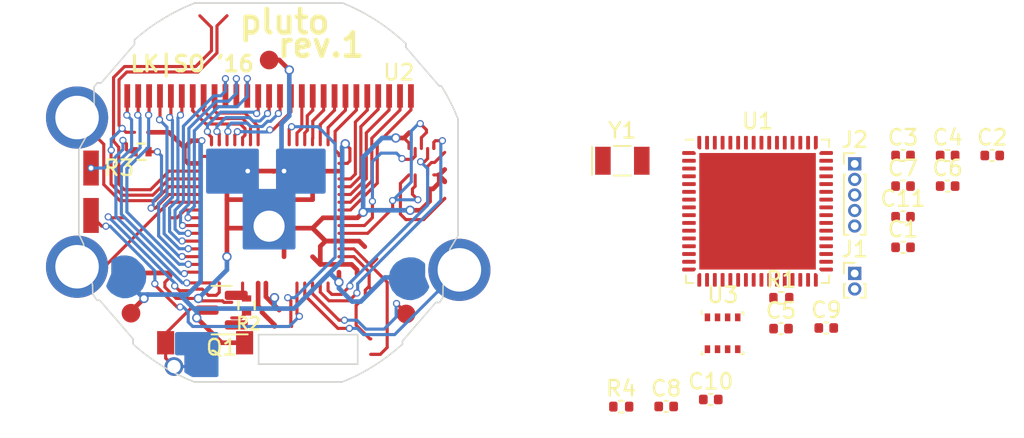
<source format=kicad_pcb>
(kicad_pcb (version 20211014) (generator pcbnew)
  (layers (0 "F.Cu" signal) (31 "B.Cu" signal) (34 "B.Paste" user) (35 "F.Paste" user) (36 "B.SilkS" user "B.Silkscreen") (37 "F.SilkS" user "F.Silkscreen") (38 "B.Mask" user) (39 "F.Mask" user) (44 "Edge.Cuts" user))
  (net 0 "")
  (net 1 "Net-(C1-Pad1)")
  (net 2 "GND")
  (net 3 "/VCAP")
  (net 4 "/SOSCO")
  (net 5 "/LCD_SEG2")
  (net 6 "/LCD_SEG1")
  (net 7 "/LCD_SEG3")
  (net 8 "/LCD_SEG4")
  (net 9 "/LCD_SEG6")
  (net 10 "/LCD_SEG5")
  (net 11 "/LCD_COM3")
  (net 12 "/LCD_COM2")
  (net 13 "/LCD_COM1")
  (net 14 "/LCD_SEG13")
  (net 15 "/LCD_SEG12")
  (net 16 "/LCD_SEG11")
  (net 17 "/LCD_SEG10")
  (net 18 "/LCD_SEG9")
  (net 19 "/LCD_SEG8")
  (net 20 "/LCD_SEG7")
  (net 21 "/LCD_SEG18")
  (net 22 "/LCD_SEG14")
  (net 23 "/LCD_SEG15")
  (net 24 "/LCD_SEG16")
  (net 25 "/LCD_SEG17")
  (net 26 "/LCD_SEG19")
  (net 27 "/LCD_SEG24")
  (net 28 "/LCD_SEG23")
  (net 29 "/LCD_SEG22")
  (net 30 "/LCD_SEG21")
  (net 31 "/LCD_SEG20")
  (net 32 "Net-(Q1-Pad1)")
  (net 33 "/SOSCI")
  (net 34 "/BUZ")
  (net 35 "/PGC")
  (net 36 "/PGD")
  (net 37 "/MCLR")
  (net 38 "unconnected-(P15-Pad1)")
  (net 39 "Net-(P1-Pad1)")
  (net 40 "Net-(R4-Pad2)")
  (net 41 "/CSB")
  (net 42 "/SDI")
  (net 43 "/SCK")
  (net 44 "/SDO")
  (net 45 "Net-(P10-Pad1)")
  (net 46 "VCC")
  (net 47 "/B_LIGHT")
  (net 48 "/B_MODE")
  (net 49 "/B_ALARM")
  (net 50 "/LED_2")
  (footprint "f-91w:LCD-F-91W" (layer "F.Cu") (at 57.25 93.34)
    (fp_text reference "U2")
    (fp_text value "LCD-F-91W")
  )
  (footprint "Connect:1pin" (layer "F.Cu") (at 45.6 92.3)
    (fp_text reference "P5" hide)
    (fp_text value "CONN_01X01")
  )
  (footprint "Connect:1pin" (layer "F.Cu") (at 45.6 101.9)
    (fp_text reference "P6" hide)
    (fp_text value "CONN_01X01")
  )
  (footprint "Connect:1pin" (layer "F.Cu") (at 70.2 102.1)
    (fp_text reference "P7" hide)
    (fp_text value "CONN_01X01")
  )
  (footprint "Package_TO_SOT_SMD:SOT-23" (layer "F.Cu") (at 54.9055 104.691 180)
    (fp_text reference "Q1")
    (fp_text value "BC846")
  )
  (footprint "Resistors_SMD:R_0402" (layer "F.Cu") (at 56.5055 104.391 -90)
    (fp_text reference "R2")
    (fp_text value "47k")
  )
  (footprint "Connect:1pin" (layer "F.Cu") (at 56.38 106.79)
    (fp_text reference "P8" hide)
    (fp_text value "CONN_01X01")
  )
  (footprint "Connect:1pin" (layer "F.Cu") (at 51.3 106.79)
    (fp_text reference "P9" hide)
    (fp_text value "CONN_01X01")
  )
  (footprint "Resistors_SMD:R_0402" (layer "F.Cu") (at 49.75 94.5)
    (fp_text reference "R3")
    (fp_text value "100")
  )
  (footprint "Connect:1pin" (layer "F.Cu") (at 46.5 95.5)
    (fp_text reference "P10" hide)
    (fp_text value "CONN_01X01")
  )
  (footprint "Connect:1pin" (layer "F.Cu") (at 46.5 98.5)
    (fp_text reference "P11" hide)
    (fp_text value "CONN_01X01")
  )
  (footprint "Connect:1pin" (layer "F.Cu") (at 57.96 88.6)
    (fp_text reference "P13" hide)
    (fp_text value "CONN_01X01")
  )
  (footprint "Connect:1pin" (layer "F.Cu") (at 49.07 104.89)
    (fp_text reference "P14" hide)
    (fp_text value "CONN_01X01")
  )
  (footprint "Connect:1pin" (layer "F.Cu") (at 66.77 104.94)
    (fp_text reference "P15" hide)
    (fp_text value "CONN_01X01")
  )
  (footprint "Capacitor_SMD:C_0402_1005Metric" (layer "F.Cu") (at 83.5055 110.891)
    (fp_text reference "C8")
    (fp_text value "22pF")
  )
  (footprint "Capacitor_SMD:C_0402_1005Metric" (layer "F.Cu") (at 98.7455 94.741)
    (fp_text reference "C3")
    (fp_text value "0.1uf")
  )
  (footprint "Capacitor_SMD:C_0402_1005Metric" (layer "F.Cu") (at 98.7455 100.651)
    (fp_text reference "C1")
    (fp_text value "0.1uf")
  )
  (footprint "Capacitor_SMD:C_0402_1005Metric" (layer "F.Cu") (at 101.6155 94.741)
    (fp_text reference "C4")
    (fp_text value "C")
  )
  (footprint "Connector_PinHeader_1.00mm:PinHeader_1x02_P1.00mm_Vertical" (layer "F.Cu") (at 95.6355 102.331)
    (fp_text reference "J1")
    (fp_text value "UART")
  )
  (footprint "Capacitor_SMD:C_0402_1005Metric" (layer "F.Cu") (at 93.8055 105.841)
    (fp_text reference "C9")
    (fp_text value "22pF")
  )
  (footprint "Resistor_SMD:R_0402_1005Metric" (layer "F.Cu") (at 80.6155 110.901)
    (fp_text reference "R4")
    (fp_text value "200")
  )
  (footprint "Capacitor_SMD:C_0402_1005Metric" (layer "F.Cu") (at 98.7455 98.681)
    (fp_text reference "C11")
    (fp_text value "0.1uF")
  )
  (footprint "Resistor_SMD:R_0402_1005Metric" (layer "F.Cu") (at 90.9155 103.901)
    (fp_text reference "R1")
    (fp_text value "10K")
  )
  (footprint "Package_DFN_QFN:QFN-64-1EP_9x9mm_P0.5mm_EP7.5x7.5mm" (layer "F.Cu") (at 89.3855 98.331)
    (fp_text reference "U1")
    (fp_text value "PIC24FJ128GL306")
  )
  (footprint "Connector_PinHeader_1.00mm:PinHeader_1x05_P1.00mm_Vertical" (layer "F.Cu") (at 95.6355 95.281)
    (fp_text reference "J2")
    (fp_text value "Programming connector")
  )
  (footprint "Crystal:Crystal_SMD_EuroQuartz_EQ161-2Pin_3.2x1.5mm" (layer "F.Cu") (at 80.6855 95.081)
    (fp_text reference "Y1")
    (fp_text value "32.768 kHz")
  )
  (footprint "Capacitor_SMD:C_0402_1005Metric" (layer "F.Cu") (at 86.3755 110.441)
    (fp_text reference "C10")
    (fp_text value "0.1uF")
  )
  (footprint "Package_LGA:Bosch_LGA-8_2.5x2.5mm_P0.65mm_ClockwisePinNumbering" (layer "F.Cu") (at 87.1355 106.181)
    (fp_text reference "U3")
    (fp_text value "BME280")
  )
  (footprint "Capacitor_SMD:C_0402_1005Metric" (layer "F.Cu") (at 101.6155 96.711)
    (fp_text reference "C6")
    (fp_text value "0.1uf")
  )
  (footprint "Capacitor_SMD:C_0402_1005Metric" (layer "F.Cu") (at 90.8955 105.881)
    (fp_text reference "C5")
    (fp_text value "0.1uf")
  )
  (footprint "Capacitor_SMD:C_0402_1005Metric" (layer "F.Cu") (at 104.4855 94.741)
    (fp_text reference "C2")
    (fp_text value "0.1uf")
  )
  (footprint "Capacitor_SMD:C_0402_1005Metric" (layer "F.Cu") (at 98.7455 96.711)
    (fp_text reference "C7")
    (fp_text value "10uf")
  )
  (gr_line (start 63.6555 108.166) (end 57.2805 108.166) (layer "Edge.Cuts") (width 0.1))
  (gr_line (start 46.68885 90.334506) (end 46.7 91.5) (layer "Edge.Cuts") (width 0.1))
  (gr_line (start 49.639241 107.255546) (end 50.093638 107.612241) (layer "Edge.Cuts") (width 0.1))
  (gr_line (start 46.612193 103.676118) (end 46.885596 104.058662) (layer "Edge.Cuts") (width 0.1))
  (gr_line (start 69.6 100.75) (end 70.113246 99.897538) (layer "Edge.Cuts") (width 0.1))
  (gr_line (start 66.539176 106.681345) (end 68.682851 104.199223) (layer "Edge.Cuts") (width 0.1))
  (gr_line (start 65.65455 107.611563) (end 66.103611 107.256974) (layer "Edge.Cuts") (width 0.1))
  (gr_line (start 63.6555 106.266) (end 63.6555 108.166) (layer "Edge.Cuts") (width 0.1))
  (gr_line (start 50.093638 107.612241) (end 50.563913 107.949166) (layer "Edge.Cuts") (width 0.1))
  (gr_line (start 46.2 93.5) (end 46.69932 91.5) (layer "Edge.Cuts") (width 0.1))
  (gr_line (start 46.900517 90.071576) (end 46.68885 90.334506) (layer "Edge.Cuts") (width 0.1))
  (gr_line (start 53.135271 109.312847) (end 62.659721 109.312847) (layer "Edge.Cuts") (width 0.1))
  (gr_line (start 53.166177 84.933148) (end 52.639743 85.153208) (layer "Edge.Cuts") (width 0.1))
  (gr_line (start 46.6 103.1) (end 46.612193 103.676118) (layer "Edge.Cuts") (width 0.1))
  (gr_line (start 63.806884 85.440815) (end 63.257467 85.173243) (layer "Edge.Cuts") (width 0.1))
  (gr_line (start 47.058126 104.058662) (end 49.201249 106.540784) (layer "Edge.Cuts") (width 0.1))
  (gr_line (start 64.856651 86.052464) (end 64.339942 85.73438) (layer "Edge.Cuts") (width 0.1))
  (gr_line (start 53.16616 84.933148) (end 53.166166 84.933148) (layer "Edge.Cuts") (width 0.1))
  (gr_line (start 65.35702 86.393586) (end 64.856651 86.052464) (layer "Edge.Cuts") (width 0.1))
  (gr_line (start 68.682851 104.199223) (end 68.920426 104.199223) (layer "Edge.Cuts") (width 0.1))
  (gr_line (start 50.183557 86.580533) (end 49.732348 86.928453) (layer "Edge.Cuts") (width 0.1))
  (gr_line (start 65.841065 86.756267) (end 65.35702 86.393586) (layer "Edge.Cuts") (width 0.1))
  (gr_line (start 51.128073 85.945885) (end 50.649029 86.25287) (layer "Edge.Cuts") (width 0.1))
  (gr_line (start 53.166155 84.933148) (end 53.16616 84.933148) (layer "Edge.Cuts") (width 0.1))
  (gr_line (start 46.2 93.5) (end 45.713182 94.3694) (layer "Edge.Cuts") (width 0.1))
  (gr_line (start 49.201249 106.879781) (end 49.639241 107.255546) (layer "Edge.Cuts") (width 0.1))
  (gr_line (start 70.113246 92.403768) (end 69.882092 91.848789) (layer "Edge.Cuts") (width 0.1))
  (gr_line (start 65.191689 107.948548) (end 65.65455 107.611563) (layer "Edge.Cuts") (width 0.1))
  (gr_line (start 52.593407 109.085232) (end 53.135271 109.312847) (layer "Edge.Cuts") (width 0.1))
  (gr_line (start 51.62 85.66) (end 51.128073 85.945885) (layer "Edge.Cuts") (width 0.1))
  (gr_line (start 51.550026 108.560922) (end 52.064819 108.834356) (layer "Edge.Cuts") (width 0.1))
  (gr_line (start 64.339942 85.73438) (end 63.806884 85.440815) (layer "Edge.Cuts") (width 0.1))
  (gr_line (start 49.296095 87.589454) (end 47.152423 90.071576) (layer "Edge.Cuts") (width 0.1))
  (gr_line (start 66.760204 87.78734) (end 66.760204 87.540396) (layer "Edge.Cuts") (width 0.1))
  (gr_line (start 63.717258 108.83772) (end 64.223348 108.563245) (layer "Edge.Cuts") (width 0.1))
  (gr_line (start 62.659721 109.312847) (end 63.196149 109.088127) (layer "Edge.Cuts") (width 0.1))
  (gr_line (start 69.042236 90.270012) (end 68.903329 90.270012) (layer "Edge.Cuts") (width 0.1))
  (gr_line (start 51.04955 108.265627) (end 51.550026 108.560922) (layer "Edge.Cuts") (width 0.1))
  (gr_line (start 57.2805 106.266) (end 63.6555 106.266) (layer "Edge.Cuts") (width 0.1))
  (gr_line (start 69.13595 103.875658) (end 69.15 103.15) (layer "Edge.Cuts") (width 0.1))
  (gr_line (start 46 100.4) (end 46.6 103.1) (layer "Edge.Cuts") (width 0.1))
  (gr_line (start 68.903329 90.270012) (end 66.760204 87.78734) (layer "Edge.Cuts") (width 0.1))
  (gr_line (start 64.223348 108.563245) (end 64.714722 108.266316) (layer "Edge.Cuts") (width 0.1))
  (gr_line (start 53.166166 84.933148) (end 53.166172 84.933148) (layer "Edge.Cuts") (width 0.1))
  (gr_line (start 66.760204 87.540396) (end 66.308789 87.139031) (layer "Edge.Cuts") (width 0.1))
  (gr_line (start 52.639743 85.153208) (end 52.12412 85.395634) (layer "Edge.Cuts") (width 0.1))
  (gr_line (start 69.343844 90.782658) (end 69.042236 90.270012) (layer "Edge.Cuts") (width 0.1))
  (gr_line (start 53.166143 84.933148) (end 53.166149 84.933148) (layer "Edge.Cuts") (width 0.1))
  (gr_line (start 64.714722 108.266316) (end 65.191689 107.948548) (layer "Edge.Cuts") (width 0.1))
  (gr_line (start 66.103611 107.256974) (end 66.539176 106.886396) (layer "Edge.Cuts") (width 0.1))
  (gr_line (start 50.563913 107.949166) (end 51.04955 108.265627) (layer "Edge.Cuts") (width 0.1))
  (gr_line (start 49.201249 106.540784) (end 49.201249 106.879781) (layer "Edge.Cuts") (width 0.1))
  (gr_line (start 68.920426 104.199223) (end 69.13595 103.875658) (layer "Edge.Cuts") (width 0.1))
  (gr_line (start 46.885596 104.058662) (end 47.058126 104.058662) (layer "Edge.Cuts") (width 0.1))
  (gr_line (start 50.649029 86.25287) (end 50.183557 86.580533) (layer "Edge.Cuts") (width 0.1))
  (gr_line (start 66.308789 87.139031) (end 65.841065 86.756267) (layer "Edge.Cuts") (width 0.1))
  (gr_line (start 49.732348 86.928453) (end 49.296095 87.296206) (layer "Edge.Cuts") (width 0.1))
  (gr_line (start 45.713182 94.3694) (end 45.713182 99.791705) (layer "Edge.Cuts") (width 0.1))
  (gr_line (start 45.713182 99.791705) (end 46 100.4) (layer "Edge.Cuts") (width 0.1))
  (gr_line (start 69.6 100.75) (end 69.15 103.15) (layer "Edge.Cuts") (width 0.1))
  (gr_line (start 53.166172 84.933148) (end 53.166177 84.933148) (layer "Edge.Cuts") (width 0.1))
  (gr_line (start 47.152423 90.071576) (end 46.900517 90.071576) (layer "Edge.Cuts") (width 0.1))
  (gr_line (start 49.296095 87.296206) (end 49.296095 87.589454) (layer "Edge.Cuts") (width 0.1))
  (gr_line (start 69.624711 91.308666) (end 69.343844 90.782658) (layer "Edge.Cuts") (width 0.1))
  (gr_line (start 69.882092 91.848789) (end 69.624711 91.308666) (layer "Edge.Cuts") (width 0.1))
  (gr_line (start 70.113246 99.897538) (end 70.113246 92.403768) (layer "Edge.Cuts") (width 0.1))
  (gr_line (start 63.257467 85.173243) (end 62.691682 84.933148) (layer "Edge.Cuts") (width 0.1))
  (gr_line (start 53.166149 84.933148) (end 53.166155 84.933148) (layer "Edge.Cuts") (width 0.1))
  (gr_line (start 62.691682 84.933148) (end 53.166132 84.933148) (layer "Edge.Cuts") (width 0.1))
  (gr_line (start 66.539176 106.886396) (end 66.539176 106.681345) (layer "Edge.Cuts") (width 0.1))
  (gr_line (start 53.166138 84.933148) (end 53.166143 84.933148) (layer "Edge.Cuts") (width 0.1))
  (gr_line (start 57.2805 108.166) (end 57.2805 106.266) (layer "Edge.Cuts") (width 0.1))
  (gr_line (start 52.12412 85.395634) (end 51.62 85.66) (layer "Edge.Cuts") (width 0.1))
  (gr_line (start 52.064819 108.834356) (end 52.593407 109.085232) (layer "Edge.Cuts") (width 0.1))
  (gr_line (start 63.196149 109.088127) (end 63.717258 108.83772) (layer "Edge.Cuts") (width 0.1))
  (gr_line (start 53.166132 84.933148) (end 53.166138 84.933148) (layer "Edge.Cuts") (width 0.1))
  (gr_text "pluto" (at 58.9555 86.141) (layer "F.SilkS") (effects (font (size 1.5 1.5) (thickness 0.3))))
  (gr_text "LK|SO '16" (at 53.0055 88.841) (layer "F.SilkS") (effects (font (size 1 1) (thickness 0.2))))
  (gr_text "rev.1" (at 61.3055 87.641) (layer "F.SilkS") (effects (font (size 1.5 1.5) (thickness 0.3))))
  (segment (start 63.5555 104.391) (end 63.5555 105.6555) (width 0.2) (layer "F.Cu") (net 0))
  (segment (start 65.0065 107.54) (end 64.5 107.54) (width 0.2) (layer "F.Cu") (net 0))
  (segment (start 47.6645 98.75) (end 47.6055 98.691) (width 0.2) (layer "F.Cu") (net 0))
  (segment (start 54.75 103.5465) (end 54.5555 103.741) (width 0.2) (layer "F.Cu") (net 0))
  (segment (start 48.7555 96.942767) (end 48.742767 96.942767) (width 0.2) (layer "F.Cu") (net 0))
  (segment (start 48.648309 96.942767) (end 48.282401 96.576859) (width 0.2) (layer "F.Cu") (net 0))
  (segment (start 48.282401 96.576859) (end 48.282401 96.482401) (width 0.2) (layer "F.Cu") (net 0))
  (segment (start 68.1555 95.441) (end 68.4055 95.191) (width 0.2) (layer "F.Cu") (net 0))
  (segment (start 68.4055 95.191) (end 68.6055 95.191) (width 0.2) (layer "F.Cu") (net 0))
  (segment (start 68.6055 95.191) (end 69.2555 94.541) (width 0.2) (layer "F.Cu") (net 0))
  (segment (start 68.1555 94.941) (end 67.9555 95.141) (width 0.2) (layer "F.Cu") (net 0))
  (segment (start 67.9555 95.141) (end 67.7055 95.141) (width 0.2) (layer "F.Cu") (net 0))
  (segment (start 53.55 95.75) (end 51.522002 95.75) (width 0.2) (layer "F.Cu") (net 0))
  (segment (start 48.031553 93.917599) (end 47.94759 93.833636) (width 0.2) (layer "F.Cu") (net 0))
  (segment (start 63.1055 104.091) (end 63.6055 103.591) (width 0.2) (layer "F.Cu") (net 0))
  (segment (start 62.45 100.75) (end 63.4145 100.75) (width 0.2) (layer "F.Cu") (net 0))
  (segment (start 64.5 107.54) (end 65.1065 107.54) (width 0.2) (layer "F.Cu") (net 0))
  (segment (start 61.8055 104.091) (end 63.1055 104.091) (width 0.2) (layer "F.Cu") (net 0))
  (segment (start 67.3555 94.791) (end 67.1555 94.991) (width 0.2) (layer "F.Cu") (net 0))
  (segment (start 65.5555 102.891) (end 65.2055 102.541) (width 0.2) (layer "F.Cu") (net 0))
  (segment (start 48.750009 93.25) (end 48.500009 93) (width 0.2) (layer "F.Cu") (net 0))
  (segment (start 49.3 93.25) (end 48.750009 93.25) (width 0.2) (layer "F.Cu") (net 0))
  (segment (start 69.2555 97.516) (end 67.9055 98.866) (width 0.2) (layer "F.Cu") (net 0))
  (segment (start 64.888909 101.388909) (end 64.486818 101.791) (width 0.2) (layer "F.Cu") (net 0))
  (segment (start 63.5555 104.391) (end 64.146922 103.799578) (width 0.2) (layer "F.Cu") (net 0))
  (segment (start 54.75 103.5465) (end 54.75 102.95) (width 0.2) (layer "F.Cu") (net 0))
  (segment (start 47.787591 96.580421) (end 47.787591 94.479999) (width 0.2) (layer "F.Cu") (net 0))
  (segment (start 67.1805 97.241) (end 67.5305 97.591) (width 0.2) (layer "F.Cu") (net 0))
  (segment (start 64.394409 102.228291) (end 64.394409 103.154909) (width 0.2) (layer "F.Cu") (net 0))
  (segment (start 61.75 103.4355) (end 61.75 102.95) (width 0.2) (layer "F.Cu") (net 0))
  (segment (start 47.94759 93.833636) (end 47.94759 89.724036) (width 0.2) (layer "F.Cu") (net 0))
  (segment (start 67.7555 93.591) (end 68.0805 93.266) (width 0.2) (layer "F.Cu") (net 0))
  (segment (start 64.146922 103.799578) (end 64.146922 103.402396) (width 0.2) (layer "F.Cu") (net 0))
  (segment (start 52.9555 103.441) (end 52.19194 103.441) (width 0.2) (layer "F.Cu") (net 0))
  (segment (start 48.8 89.370009) (end 53.378374 89.370009) (width 0.2) (layer "F.Cu") (net 0))
  (segment (start 53.378374 89.370009) (end 54.60241 88.145973) (width 0.2) (layer "F.Cu") (net 0))
  (segment (start 53.0555 103.341) (end 53.6555 103.341) (width 0.2) (layer "F.Cu") (net 0))
  (segment (start 53.6555 103.341) (end 54.0555 103.741) (width 0.2) (layer "F.Cu") (net 0))
  (segment (start 67.6805 92.691) (end 68.0805 93.091) (width 0.2) (layer "F.Cu") (net 0))
  (segment (start 62.45 99.25) (end 64.0965 99.25) (width 0.2) (layer "F.Cu") (net 0))
  (segment (start 64.444409 103.279909) (end 64.466591 103.279909) (width 0.2) (layer "F.Cu") (net 0))
  (segment (start 53.55 96.25) (end 51.520386 96.25) (width 0.2) (layer "F.Cu") (net 0))
  (segment (start 48.282401 96.482401) (end 48.282401 94.214124) (width 0.2) (layer "F.Cu") (net 0))
  (segment (start 52.527017 98.25) (end 52.027017 98.75) (width 0.2) (layer "F.Cu") (net 0))
  (segment (start 52.9555 103.441) (end 53.0555 103.341) (width 0.2) (layer "F.Cu") (net 0))
  (segment (start 66.5555 94.991) (end 66.5055 94.941) (width 0.2) (layer "F.Cu") (net 0))
  (segment (start 48.500009 93) (end 48.3 92.799991) (width 0.2) (layer "F.Cu") (net 0))
  (segment (start 54.25 86.5) (end 53.5 85.75) (width 0.2) (layer "F.Cu") (net 0))
  (segment (start 69.2555 97.491) (end 69.2555 97.516) (width 0.2) (layer "F.Cu") (net 0))
  (segment (start 65.1065 107.54) (end 65.5555 107.091) (width 0.2) (layer "F.Cu") (net 0))
  (segment (start 63.4145 100.75) (end 64.4555 101.791) (width 0.2) (layer "F.Cu") (net 0))
  (segment (start 67.3555 96.716) (end 67.1805 96.891) (width 0.2) (layer "F.Cu") (net 0))
  (segment (start 67.1555 94.991) (end 66.5555 94.991) (width 0.2) (layer "F.Cu") (net 0))
  (segment (start 47.787591 94.479999) (end 47.787591 94.412409) (width 0.2) (layer "F.Cu") (net 0))
  (segment (start 66.4055 96.541) (end 66.9555 95.991) (width 0.2) (layer "F.Cu") (net 0))
  (segment (start 66.7555 98.866) (end 66.4055 98.516) (width 0.2) (layer "F.Cu") (net 0))
  (segment (start 68.6555 93.791) (end 68.5555 93.891) (width 0.2) (layer "F.Cu") (net 0))
  (segment (start 52.19194 103.441) (end 51.883039 103.132099) (width 0.2) (layer "F.Cu") (net 0))
  (segment (start 61.995 103.6805) (end 61.75 103.4355) (width 0.2) (layer "F.Cu") (net 0))
  (segment (start 64.6055 98.741) (end 64.6055 97.691) (width 0.2) (layer "F.Cu") (net 0))
  (segment (start 63.1555 103.141) (end 62.616 103.6805) (width 0.2) (layer "F.Cu") (net 0))
  (segment (start 54.0555 103.741) (end 54.5555 103.741) (width 0.2) (layer "F.Cu") (net 0))
  (segment (start 63.6555 103.541) (end 63.6055 103.591) (width 0.2) (layer "F.Cu") (net 0))
  (segment (start 67.9055 98.866) (end 66.7555 98.866) (width 0.2) (layer "F.Cu") (net 0))
  (segment (start 62.45 99.75) (end 64.2965 99.75) (width 0.2) (layer "F.Cu") (net 0))
  (segment (start 52.027017 98.75) (end 51.625 98.75) (width 0.2) (layer "F.Cu") (net 0))
  (segment (start 48.7555 96.942767) (end 48.648309 96.942767) (width 0.2) (layer "F.Cu") (net 0))
  (segment (start 68.1555 95.991) (end 68.1555 95.441) (width 0.2) (layer "F.Cu") (net 0))
  (segment (start 63.416118 101.25) (end 64.394409 102.228291) (width 0.2) (layer "F.Cu") (net 0))
  (segment (start 54.60241 86.39759) (end 55.25 85.75) (width 0.2) (layer "F.Cu") (net 0))
  (segment (start 68.5555 94.291) (end 68.5555 94.091) (width 0.2) (layer "F.Cu") (net 0))
  (segment (start 64.441 106.541) (end 63.5555 105.6555) (width 0.2) (layer "F.Cu") (net 0))
  (segment (start 67.3555 95.991) (end 67.3555 96.716) (width 0.2) (layer "F.Cu") (net 0))
  (segment (start 68.5555 93.891) (end 68.5555 94.291) (width 0.2) (layer "F.Cu") (net 0))
  (segment (start 48.3 89.870009) (end 48.8 89.370009) (width 0.2) (layer "F.Cu") (net 0))
  (segment (start 54.60241 88.145973) (end 54.60241 86.39759) (width 0.2) (layer "F.Cu") (net 0))
  (segment (start 62.45 101.25) (end 63.416118 101.25) (width 0.2) (layer "F.Cu") (net 0))
  (segment (start 61.25 103.5355) (end 61.8055 104.091) (width 0.2) (layer "F.Cu") (net 0))
  (segment (start 65.5555 107.091) (end 65.5555 102.891) (width 0.2) (layer "F.Cu") (net 0))
  (segment (start 48.502348 97.295178) (end 47.787591 96.580421) (width 0.2) (layer "F.Cu") (net 0))
  (segment (start 68.1555 94.941) (end 68.1555 94.291) (width 0.2) (layer "F.Cu") (net 0))
  (segment (start 64.2965 99.75) (end 65.9055 98.141) (width 0.2) (layer "F.Cu") (net 0))
  (segment (start 48.654027 89.017599) (end 53.232401 89.017599) (width 0.2) (layer "F.Cu") (net 0))
  (segment (start 62.616 103.6805) (end 61.995 103.6805) (width 0.2) (layer "F.Cu") (net 0))
  (segment (start 69.1055 93.791) (end 68.6555 93.791) (width 0.2) (layer "F.Cu") (net 0))
  (segment (start 64.146922 103.402396) (end 64.394409 103.154909) (width 0.2) (layer "F.Cu") (net 0))
  (segment (start 54.25 88) (end 54.25 86.5) (width 0.2) (layer "F.Cu") (net 0))
  (segment (start 51.520386 96.25) (end 50.475208 97.295178) (width 0.2) (layer "F.Cu") (net 0))
  (segment (start 48.282401 94.214124) (end 48.031553 93.917599) (width 0.2) (layer "F.Cu") (net 0))
  (segment (start 64.0965 99.25) (end 64.6055 98.741) (width 0.2) (layer "F.Cu") (net 0))
  (segment (start 67.3555 94.291) (end 67.3555 94.791) (width 0.2) (layer "F.Cu") (net 0))
  (segment (start 47.787591 94.412409) (end 47.8 94.4) (width 0.2) (layer "F.Cu") (net 0))
  (segment (start 50.475208 97.295178) (end 48.502348 97.295178) (width 0.2) (layer "F.Cu") (net 0))
  (segment (start 64.486818 101.791) (end 64.4555 101.791) (width 0.2) (layer "F.Cu") (net 0))
  (segment (start 65.9055 98.141) (end 65.9055 97.641) (width 0.2) (layer "F.Cu") (net 0))
  (segment (start 51.522002 95.75) (end 50.329235 96.942767) (width 0.2) (layer "F.Cu") (net 0))
  (segment (start 61.25 102.95) (end 61.25 103.5355) (width 0.2) (layer "F.Cu") (net 0))
  (segment (start 48.625 98.75) (end 47.6645 98.75) (width 0.2) (layer "F.Cu") (net 0))
  (segment (start 47.94759 89.724036) (end 48.654027 89.017599) (width 0.2) (layer "F.Cu") (net 0))
  (segment (start 68.0805 93.091) (end 68.0805 93.266) (width 0.2) (layer "F.Cu") (net 0))
  (segment (start 67.1805 96.891) (end 67.1805 97.241) (width 0.2) (layer "F.Cu") (net 0))
  (segment (start 66.4055 98.516) (end 66.4055 96.541) (width 0.2) (layer "F.Cu") (net 0))
  (segment (start 65.2055 102.541) (end 64.4555 101.791) (width 0.2) (layer "F.Cu") (net 0))
  (segment (start 48.3 92.799991) (end 48.3 89.870009) (width 0.2) (layer "F.Cu") (net 0))
  (segment (start 53.232401 89.017599) (end 54.25 88) (width 0.2) (layer "F.Cu") (net 0))
  (segment (start 67.7555 94.291) (end 67.7555 93.591) (width 0.2) (layer "F.Cu") (net 0))
  (segment (start 50.329235 96.942767) (end 48.7555 96.942767) (width 0.2) (layer "F.Cu") (net 0))
  (segment (start 53.55 98.25) (end 52.527017 98.25) (width 0.2) (layer "F.Cu") (net 0))
  (segment (start 64.5 106.541) (end 64.441 106.541) (width 0.2) (layer "F.Cu") (net 0))
  (via (at 51.883039 103.132099) (size 0.46) (drill 0.3) (layers "F.Cu" "B.Cu") (net 0))
  (via (at 64.6055 97.691) (size 0.46) (drill 0.3) (layers "F.Cu" "B.Cu") (net 0))
  (via (at 65.9055 97.641) (size 0.46) (drill 0.3) (layers "F.Cu" "B.Cu") (net 0))
  (via (at 47.8 94.4) (size 0.46) (drill 0.3) (layers "F.Cu" "B.Cu") (net 0))
  (via (at 66.5055 94.941) (size 0.46) (drill 0.3) (layers "F.Cu" "B.Cu") (net 0))
  (via (at 67.7055 95.141) (size 0.46) (drill 0.3) (layers "F.Cu" "B.Cu") (net 0))
  (via (at 47.6055 98.691) (size 0.46) (drill 0.3) (layers "F.Cu" "B.Cu") (net 0))
  (via (at 63.1555 103.141) (size 0.46) (drill 0.3) (layers "F.Cu" "B.Cu") (net 0))
  (via (at 67.5305 97.591) (size 0.46) (drill 0.3) (layers "F.Cu" "B.Cu") (net 0))
  (via (at 48.500009 93) (size 0.46) (drill 0.3) (layers "F.Cu" "B.Cu") (net 0))
  (via (at 63.6055 103.591) (size 0.46) (drill 0.3) (layers "F.Cu" "B.Cu") (net 0))
  (via (at 67.6805 92.691) (size 0.46) (drill 0.3) (layers "F.Cu" "B.Cu") (net 0))
  (via (at 69.1055 93.791) (size 0.46) (drill 0.3) (layers "F.Cu" "B.Cu") (net 0))
  (segment (start 66.7305 96.816) (end 67.1055 96.441) (width 0.2) (layer "B.Cu") (net 0))
  (segment (start 69.0055 97.641) (end 63.6555 102.991) (width 0.2) (layer "B.Cu") (net 0))
  (segment (start 69.0055 93.891) (end 69.1055 93.791) (width 0.2) (layer "B.Cu") (net 0))
  (segment (start 47.8 94.4) (end 47.8 93.700009) (width 0.2) (layer "B.Cu") (net 0))
  (segment (start 51.8555 103.10456) (end 51.8555 102.920701) (width 0.2) (layer "B.Cu") (net 0))
  (segment (start 67.5805 92.691) (end 67.6805 92.691) (width 0.2) (layer "B.Cu") (net 0))
  (segment (start 51.8555 102.920701) (end 47.625799 98.691) (width 0.2) (layer "B.Cu") (net 0))
  (segment (start 69.0055 97.641) (end 69.0055 93.891) (width 0.2) (layer "B.Cu") (net 0))
  (segment (start 68.1555 95.591) (end 68.1555 97.941) (width 0.2) (layer "B.Cu") (net 0))
  (segment (start 67.1055 96.441) (end 67.1055 93.691) (width 0.2) (layer "B.Cu") (net 0))
  (segment (start 68.1555 97.941) (end 63.1555 102.941) (width 0.2) (layer "B.Cu") (net 0))
  (segment (start 51.883039 103.132099) (end 51.8555 103.10456) (width 0.2) (layer "B.Cu") (net 0))
  (segment (start 47.625799 98.691) (end 47.6055 98.691) (width 0.2) (layer "B.Cu") (net 0))
  (segment (start 63.1555 102.941) (end 63.1555 103.141) (width 0.2) (layer "B.Cu") (net 0))
  (segment (start 47.625799 98.691) (end 47.6055 98.691) (width 0.2) (layer "B.Cu") (net 0))
  (segment (start 66.5055 94.941) (end 66.1555 94.591) (width 0.2) (layer "B.Cu") (net 0))
  (segment (start 67.7055 95.141) (end 68.1555 95.591) (width 0.2) (layer "B.Cu") (net 0))
  (segment (start 67.1055 93.691) (end 67.1055 93.166) (width 0.2) (layer "B.Cu") (net 0))
  (segment (start 63.6555 102.991) (end 63.6555 103.541) (width 0.2) (layer "B.Cu") (net 0))
  (segment (start 67.5305 97.591) (end 65.9555 97.591) (width 0.2) (layer "B.Cu") (net 0))
  (segment (start 47.8 93.700009) (end 48.500009 93) (width 0.2) (layer "B.Cu") (net 0))
  (segment (start 65.9055 97.641) (end 66.7305 96.816) (width 0.2) (layer "B.Cu") (net 0))
  (segment (start 64.6055 97.691) (end 64.6055 95.141) (width 0.2) (layer "B.Cu") (net 0))
  (segment (start 65.9555 97.591) (end 65.9055 97.641) (width 0.2) (layer "B.Cu") (net 0))
  (segment (start 67.1055 93.166) (end 67.5805 92.691) (width 0.2) (layer "B.Cu") (net 0))
  (segment (start 64.6055 95.141) (end 65.1555 94.591) (width 0.2) (layer "B.Cu") (net 0))
  (segment (start 63.6555 103.541) (end 63.6055 103.591) (width 0.2) (layer "B.Cu") (net 0))
  (segment (start 65.1555 94.591) (end 66.1555 94.591) (width 0.2) (layer "B.Cu") (net 0))
  (segment (start 59.4055 105.591) (end 59.3555 105.541) (width 0.2) (layer "F.Cu") (net 1))
  (segment (start 59.3555 104.091) (end 59.1555 103.891) (width 0.2) (layer "F.Cu") (net 1))
  (segment (start 59.25 93.0465) (end 59.4055 92.891) (width 0.2) (layer "F.Cu") (net 1))
  (segment (start 59.25 94.05) (end 59.25 93.0465) (width 0.2) (layer "F.Cu") (net 1))
  (segment (start 59.3555 105.541) (end 59.3555 104.091) (width 0.2) (layer "F.Cu") (net 1))
  (segment (start 59.4055 105.741) (end 59.4055 105.591) (width 0.2) (layer "F.Cu") (net 1))
  (via (at 59.1555 103.891) (size 0.46) (drill 0.3) (layers "F.Cu" "B.Cu") (net 1))
  (via (at 59.4055 92.891) (size 0.46) (drill 0.3) (layers "F.Cu" "B.Cu") (net 1))
  (segment (start 61.1055 92.891) (end 62.2055 93.991) (width 0.2) (layer "B.Cu") (net 1))
  (segment (start 62.2055 93.991) (end 62.2055 101.291) (width 0.2) (layer "B.Cu") (net 1))
  (segment (start 59.1555 103.891) (end 59.6055 103.891) (width 0.2) (layer "B.Cu") (net 1))
  (segment (start 59.4055 92.891) (end 61.1055 92.891) (width 0.2) (layer "B.Cu") (net 1))
  (segment (start 59.6055 103.891) (end 62.2055 101.291) (width 0.2) (layer "B.Cu") (net 1))
  (segment (start 46.6145 98.6) (end 46.5 98.6) (width 0.2) (layer "F.Cu") (net 2))
  (segment (start 61.5875 100.25) (end 60.75625 99.41875) (width 0.3) (layer "F.Cu") (net 2))
  (segment (start 61.25 101.75) (end 60.75625 101.25625) (width 0.3) (layer "F.Cu") (net 2))
  (segment (start 61.25 101.75) (end 61.25 100.5875) (width 0.3) (layer "F.Cu") (net 2))
  (segment (start 61.25 100.5875) (end 61.5875 100.25) (width 0.3) (layer "F.Cu") (net 2))
  (segment (start 61.5875 100.25) (end 62.45 100.25) (width 0.3) (layer "F.Cu") (net 2))
  (segment (start 47.4555 99.291) (end 47.191 99.291) (width 0.2) (layer "F.Cu") (net 2))
  (segment (start 46.5 98.6) (end 47.191 99.291) (width 0.2) (layer "F.Cu") (net 2))
  (segment (start 51.2555 102.3) (end 51.625 102.3) (width 0.3) (layer "F.Cu") (net 2))
  (segment (start 68.9055 95.991) (end 69.2555 95.641) (width 0.3) (layer "F.Cu") (net 2))
  (segment (start 68.8555 95.991) (end 68.9055 95.991) (width 0.3) (layer "F.Cu") (net 2))
  (segment (start 68.9055 96.491) (end 68.9055 96.041) (width 0.3) (layer "F.Cu") (net 2))
  (segment (start 68.9055 96.041) (end 68.8555 95.991) (width 0.3) (layer "F.Cu") (net 2))
  (segment (start 53.601 94.801) (end 54.301 94.801) (width 0.2) (layer "F.Cu") (net 2))
  (segment (start 54.301 94.801) (end 55.24375 95.74375) (width 0.2) (layer "F.Cu") (net 2))
  (segment (start 63.2645 101.75) (end 63.616591 102.102091) (width 0.3) (layer "F.Cu") (net 2))
  (segment (start 63.616591 102.102091) (end 63.616591 102.377091) (width 0.3) (layer "F.Cu") (net 2))
  (segment (start 50.6055 103.066897) (end 50.89759 103.358987) (width 0.2) (layer "F.Cu") (net 2))
  (segment (start 51.8555 104.316897) (end 50.89759 103.358987) (width 0.2) (layer "F.Cu") (net 2))
  (segment (start 52.029603 104.491) (end 52.2305 104.491) (width 0.2) (layer "F.Cu") (net 2))
  (segment (start 51.625 102.525) (end 51.625 102.3) (width 0.2) (layer "F.Cu") (net 2))
  (segment (start 66.9555 93.941) (end 66.6305 93.616) (width 0.2) (layer "F.Cu") (net 2))
  (segment (start 63.6465 98.75) (end 64.0055 98.391) (width 0.3) (layer "F.Cu") (net 2))
  (segment (start 61.5875 100.25) (end 60.75625 99.41875) (width 0.3) (layer "F.Cu") (net 2))
  (segment (start 66.9555 94.291) (end 66.9555 93.941) (width 0.2) (layer "F.Cu") (net 2))
  (segment (start 61.425 98.75) (end 60.75625 99.41875) (width 0.3) (layer "F.Cu") (net 2))
  (segment (start 55.24375 97.58125) (end 57.08125 97.58125) (width 0.3) (layer "F.Cu") (net 2))
  (segment (start 62.45 98.75) (end 61.425 98.75) (width 0.3) (layer "F.Cu") (net 2))
  (segment (start 51.977986 103.941) (end 51.25 103.213014) (width 0.2) (layer "F.Cu") (net 2))
  (segment (start 63.75 100.25) (end 62.45 100.25) (width 0.3) (layer "F.Cu") (net 2))
  (segment (start 58.91875 99.41875) (end 58.91875 101.25625) (width 0.3) (layer "F.Cu") (net 2))
  (segment (start 58.91875 95.74375) (end 58.91875 97.58125) (width 0.3) (layer "F.Cu") (net 2))
  (segment (start 53.55 94.75) (end 53.601 94.801) (width 0.2) (layer "F.Cu") (net 2))
  (segment (start 60.75625 97.58125) (end 58.91875 97.58125) (width 0.3) (layer "F.Cu") (net 2))
  (segment (start 57.25 102.95) (end 57.25 104.4355) (width 0.3) (layer "F.Cu") (net 2))
  (segment (start 69.2555 96.391) (end 68.9055 96.041) (width 0.3) (layer "F.Cu") (net 2))
  (segment (start 53.55791 104.09341) (end 53.4055 103.941) (width 0.2) (layer "F.Cu") (net 2))
  (segment (start 68.2805 97.691) (end 68.2805 96.891) (width 0.3) (layer "F.Cu") (net 2))
  (segment (start 68.5055 96.891) (end 68.9055 96.491) (width 0.3) (layer "F.Cu") (net 2))
  (segment (start 59.75 104.9355) (end 59.9055 105.091) (width 0.2) (layer "F.Cu") (net 2))
  (segment (start 51.25 103.213014) (end 51.25 102.9) (width 0.2) (layer "F.Cu") (net 2))
  (segment (start 55.0555 104.191) (end 54.95791 104.09341) (width 0.2) (layer "F.Cu") (net 2))
  (segment (start 55.24375 95.74375) (end 55.24375 97.58125) (width 0.3) (layer "F.Cu") (net 2))
  (segment (start 60.75625 95.74375) (end 60.75625 97.58125) (width 0.3) (layer "F.Cu") (net 2))
  (segment (start 50.6055 102.991) (end 50.6055 103.066897) (width 0.2) (layer "F.Cu") (net 2))
  (segment (start 62.45 101.75) (end 61.25 101.75) (width 0.3) (layer "F.Cu") (net 2))
  (segment (start 62.45 98.75) (end 63.6465 98.75) (width 0.3) (layer "F.Cu") (net 2))
  (segment (start 56.25 103.6855) (end 56.5055 103.941) (width 0.2) (layer "F.Cu") (net 2))
  (segment (start 56.25 102.95) (end 56.25 103.6855) (width 0.2) (layer "F.Cu") (net 2))
  (segment (start 66.6305 93.616) (end 66.9805 93.266) (width 0.3) (layer "F.Cu") (net 2))
  (segment (start 58.243 95.769) (end 58.23675 95.76275) (width 0.3) (layer "F.Cu") (net 2))
  (segment (start 57.08125 99.41875) (end 55.24375 99.41875) (width 0.3) (layer "F.Cu") (net 2))
  (segment (start 68.2805 96.891) (end 68.5055 96.891) (width 0.3) (layer "F.Cu") (net 2))
  (segment (start 67.0305 98.266) (end 67.7055 98.266) (width 0.3) (layer "F.Cu") (net 2))
  (segment (start 61.25 101.75) (end 60.75625 101.25625) (width 0.3) (layer "F.Cu") (net 2))
  (segment (start 55.5555 104.191) (end 55.0555 104.191) (width 0.2) (layer "F.Cu") (net 2))
  (segment (start 58.0555 99.591) (end 58.7465 99.591) (width 0.2) (layer "F.Cu") (net 2))
  (segment (start 53.4055 103.941) (end 51.977986 103.941) (width 0.2) (layer "F.Cu") (net 2))
  (segment (start 58.41875 95.74375) (end 56.58125 95.74375) (width 0.3) (layer "F.Cu") (net 2))
  (segment (start 58.91875 97.58125) (end 58.91875 99.41875) (width 0.3) (layer "F.Cu") (net 2))
  (segment (start 50.3 102.3) (end 48.625 102.3) (width 0.3) (layer "F.Cu") (net 2))
  (segment (start 62.45 100.25) (end 61.5875 100.25) (width 0.3) (layer "F.Cu") (net 2))
  (segment (start 50.3 102.3) (end 50.8555 102.3) (width 0.3) (layer "F.Cu") (net 2))
  (segment (start 62.45 101.75) (end 63.2645 101.75) (width 0.3) (layer "F.Cu") (net 2))
  (segment (start 55.24375 99.41875) (end 55.24375 97.58125) (width 0.3) (layer "F.Cu") (net 2))
  (segment (start 58.7465 99.591) (end 58.91875 99.41875) (width 0.2) (layer "F.Cu") (net 2))
  (segment (start 60.75625 99.41875) (end 58.91875 99.41875) (width 0.3) (layer "F.Cu") (net 2))
  (segment (start 53.4055 103.941) (end 53.4055 103.991) (width 0.3) (layer "F.Cu") (net 2))
  (segment (start 55.24375 99.41875) (end 55.24375 101.25625) (width 0.3) (layer "F.Cu") (net 2))
  (segment (start 58.91875 99.41875) (end 57.08125 99.41875) (width 0.2) (layer "F.Cu") (net 2))
  (segment (start 58.3055 105.641) (end 58.3055 105.741) (width 0.3) (layer "F.Cu") (net 2))
  (segment (start 51.832013 104.29341) (end 51.8555 104.316897) (width 0.2) (layer "F.Cu") (net 2))
  (segment (start 57.25 104.4355) (end 57.5055 104.691) (width 0.3) (layer "F.Cu") (net 2))
  (segment (start 64.111091 100.611091) (end 63.75 100.25) (width 0.3) (layer "F.Cu") (net 2))
  (segment (start 68.5555 95.991) (end 68.9055 95.991) (width 0.2) (layer "F.Cu") (net 2))
  (segment (start 57.96 88.6) (end 58.6145 88.6) (width 0.3) (layer "F.Cu") (net 2))
  (segment (start 57.08125 97.58125) (end 57.08125 95.74375) (width 0.3) (layer "F.Cu") (net 2))
  (segment (start 67.7055 98.266) (end 68.2805 97.691) (width 0.3) (layer "F.Cu") (net 2))
  (segment (start 66.1055 93.616) (end 66.6305 93.616) (width 0.3) (layer "F.Cu") (net 2))
  (segment (start 50.8555 102.3) (end 51.2555 102.3) (width 0.3) (layer "F.Cu") (net 2))
  (segment (start 54.95791 104.09341) (end 53.55791 104.09341) (width 0.2) (layer "F.Cu") (net 2))
  (segment (start 57.5055 104.841) (end 58.3055 105.641) (width 0.3) (layer "F.Cu") (net 2))
  (segment (start 58.6145 88.6) (end 59.2555 89.241) (width 0.3) (layer "F.Cu") (net 2))
  (segment (start 59.75 104.9355) (end 59.75 102.95) (width 0.2) (layer "F.Cu") (net 2))
  (segment (start 51.25 102.9) (end 51.625 102.525) (width 0.2) (layer "F.Cu") (net 2))
  (segment (start 51.8555 104.316897) (end 52.029603 104.491) (width 0.2) (layer "F.Cu") (net 2))
  (segment (start 62.45 95.75) (end 60.2625 95.75) (width 0.3) (layer "F.Cu") (net 2))
  (segment (start 57.5055 104.691) (end 57.5055 104.841) (width 0.3) (layer "F.Cu") (net 2))
  (segment (start 69.2555 96.391) (end 69.2555 96.441) (width 0.3) (layer "F.Cu") (net 2))
  (via (at 58.91875 95.74375) (size 0.46) (drill 0.3) (layers "F.Cu" "B.Cu") (net 2))
  (via (at 59.2555 89.241) (size 0.6) (drill 0.4) (layers "F.Cu" "B.Cu") (net 2))
  (via (at 55.24375 101.25625) (size 0.6) (drill 0.4) (layers "F.Cu" "B.Cu") (net 2))
  (via (at 57.9555 99.291) (size 2.5) (drill 2) (layers "F.Cu" "B.Cu") (net 2))
  (via (at 50.6055 102.991) (size 0.46) (drill 0.3) (layers "F.Cu" "B.Cu") (net 2))
  (via (at 52.2305 104.491) (size 0.46) (drill 0.3) (layers "F.Cu" "B.Cu") (net 2))
  (via (at 67.0305 98.266) (size 0.6) (drill 0.4) (layers "F.Cu" "B.Cu") (net 2))
  (via (at 56.58125 95.74375) (size 0.46) (drill 0.3) (layers "F.Cu" "B.Cu") (net 2))
  (via (at 47.4555 99.291) (size 0.46) (drill 0.3) (layers "F.Cu" "B.Cu") (net 2))
  (via (at 53.4055 103.941) (size 0.6) (drill 0.4) (layers "F.Cu" "B.Cu") (net 2))
  (via (at 64.0055 98.391) (size 0.6) (drill 0.4) (layers "F.Cu" "B.Cu") (net 2))
  (via (at 59.9055 105.091) (size 0.46) (drill 0.3) (layers "F.Cu" "B.Cu") (net 2))
  (via (at 66.1055 93.616) (size 0.6) (drill 0.4) (layers "F.Cu" "B.Cu") (net 2))
  (segment (start 52.436407 104.491) (end 52.753099 104.807692) (width 0.2) (layer "B.Cu") (net 2))
  (segment (start 58.7555 95.5805) (end 58.91875 95.74375) (width 0.3) (layer "B.Cu") (net 2))
  (segment (start 56.8555 96.491) (end 56.8555 98.391) (width 0.2) (layer "B.Cu") (net 2))
  (segment (start 58.7555 92.691) (end 58.7555 95.5305) (width 0.3) (layer "B.Cu") (net 2))
  (segment (start 58.0555 99.591) (end 56.8555 98.391) (width 0.2) (layer "B.Cu") (net 2))
  (segment (start 64.1305 98.266) (end 64.0055 98.391) (width 0.3) (layer "B.Cu") (net 2))
  (segment (start 67.0305 98.266) (end 64.1305 98.266) (width 0.3) (layer "B.Cu") (net 2))
  (segment (start 65.2305 93.616) (end 66.1055 93.616) (width 0.3) (layer "B.Cu") (net 2))
  (segment (start 47.727427 99.291) (end 50.6055 102.169073) (width 0.2) (layer "B.Cu") (net 2))
  (segment (start 64.0055 94.841) (end 65.2305 93.616) (width 0.3) (layer "B.Cu") (net 2))
  (segment (start 59.253099 105.743401) (end 59.9055 105.091) (width 0.2) (layer "B.Cu") (net 2))
  (segment (start 52.753099 105.456153) (end 53.040347 105.743401) (width 0.2) (layer "B.Cu") (net 2))
  (segment (start 56.58125 96.21675) (end 56.8555 96.491) (width 0.2) (layer "B.Cu") (net 2))
  (segment (start 53.040347 105.743401) (end 59.253099 105.743401) (width 0.2) (layer "B.Cu") (net 2))
  (segment (start 59.2555 92.191) (end 58.7555 92.691) (width 0.3) (layer "B.Cu") (net 2))
  (segment (start 56.58125 95.74375) (end 55.24375 95.74375) (width 0.2) (layer "B.Cu") (net 2))
  (segment (start 56.58125 95.74375) (end 56.58125 96.21675) (width 0.2) (layer "B.Cu") (net 2))
  (segment (start 50.6055 102.169073) (end 50.6055 102.991) (width 0.2) (layer "B.Cu") (net 2))
  (segment (start 59.2555 89.191) (end 59.2555 92.191) (width 0.3) (layer "B.Cu") (net 2))
  (segment (start 55.24375 101.25625) (end 55.24375 102.10275) (width 0.3) (layer "B.Cu") (net 2))
  (segment (start 52.753099 104.807692) (end 52.753099 105.456153) (width 0.2) (layer "B.Cu") (net 2))
  (segment (start 47.4555 99.291) (end 47.727427 99.291) (width 0.2) (layer "B.Cu") (net 2))
  (segment (start 64.0055 98.391) (end 64.0055 94.841) (width 0.3) (layer "B.Cu") (net 2))
  (segment (start 55.24375 102.10275) (end 53.4055 103.941) (width 0.3) (layer "B.Cu") (net 2))
  (segment (start 52.2305 104.491) (end 52.436407 104.491) (width 0.2) (layer "B.Cu") (net 2))
  (segment (start 49.5055 92.141) (end 49.532 92.1145) (width 0.2) (layer "F.Cu") (net 5))
  (segment (start 52.5055 102.259) (end 52.5055 102.341) (width 0.2) (layer "F.Cu") (net 5))
  (segment (start 52.4965 102.25) (end 52.5055 102.259) (width 0.2) (layer "F.Cu") (net 5))
  (segment (start 53.55 102.25) (end 52.4965 102.25) (width 0.2) (layer "F.Cu") (net 5))
  (segment (start 49.532 92.1145) (end 49.532 90.91) (width 0.2) (layer "F.Cu") (net 5))
  (via (at 52.5055 102.341) (size 0.46) (drill 0.3) (layers "F.Cu" "B.Cu") (net 5))
  (via (at 49.5055 92.141) (size 0.46) (drill 0.3) (layers "F.Cu" "B.Cu") (net 5))
  (segment (start 52.5055 102.341) (end 52.272543 102.341) (width 0.2) (layer "B.Cu") (net 5))
  (segment (start 49.6555 94.246118) (end 49.6555 92.316) (width 0.2) (layer "B.Cu") (net 5))
  (segment (start 49.6555 92.316) (end 49.5055 92.166) (width 0.2) (layer "B.Cu") (net 5))
  (segment (start 48.45241 98.520867) (end 48.45241 95.449208) (width 0.2) (layer "B.Cu") (net 5))
  (segment (start 49.5555 94.346118) (end 49.6555 94.246118) (width 0.2) (layer "B.Cu") (net 5))
  (segment (start 49.5055 92.166) (end 49.5055 92.141) (width 0.2) (layer "B.Cu") (net 5))
  (segment (start 52.272543 102.341) (end 48.45241 98.520867) (width 0.2) (layer "B.Cu") (net 5))
  (segment (start 48.45241 95.449208) (end 49.5555 94.346118) (width 0.2) (layer "B.Cu") (net 5))
  (segment (start 48.8055 92.141) (end 48.83 92.1165) (width 0.2) (layer "F.Cu") (net 6))
  (segment (start 48.83 92.1165) (end 48.83 90.91) (width 0.2) (layer "F.Cu") (net 6))
  (segment (start 54.241 102.941) (end 54.25 102.95) (width 0.2) (layer "F.Cu") (net 6))
  (segment (start 52.6555 102.941) (end 54.241 102.941) (width 0.2) (layer "F.Cu") (net 6))
  (via (at 52.6555 102.941) (size 0.46) (drill 0.3) (layers "F.Cu" "B.Cu") (net 6))
  (via (at 48.8055 92.141) (size 0.46) (drill 0.3) (layers "F.Cu" "B.Cu") (net 6))
  (segment (start 49.108873 94.294373) (end 49.108873 92.444373) (width 0.2) (layer "B.Cu") (net 6))
  (segment (start 52.274171 102.841) (end 52.374171 102.941) (width 0.2) (layer "B.Cu") (net 6))
  (segment (start 52.274171 102.841) (end 48.100008 98.666837) (width 0.2) (layer "B.Cu") (net 6))
  (segment (start 48.100008 95.303238) (end 49.108873 94.294373) (width 0.2) (layer "B.Cu") (net 6))
  (segment (start 49.108873 92.444373) (end 48.8055 92.141) (width 0.2) (layer "B.Cu") (net 6))
  (segment (start 48.100008 98.666837) (end 48.100008 95.303238) (width 0.2) (layer "B.Cu") (net 6))
  (segment (start 52.374171 102.941) (end 52.6555 102.941) (width 0.2) (layer "B.Cu") (net 6))
  (segment (start 52.7645 101.75) (end 52.7555 101.741) (width 0.2) (layer "F.Cu") (net 7))
  (segment (start 50.2055 92.141) (end 50.234 92.1125) (width 0.2) (layer "F.Cu") (net 7))
  (segment (start 50.234 92.1125) (end 50.234 90.91) (width 0.2) (layer "F.Cu") (net 7))
  (segment (start 53.55 101.75) (end 52.7645 101.75) (width 0.2) (layer "F.Cu") (net 7))
  (via (at 52.7555 101.741) (size 0.46) (drill 0.3) (layers "F.Cu" "B.Cu") (net 7))
  (via (at 50.2055 92.141) (size 0.46) (drill 0.3) (layers "F.Cu" "B.Cu") (net 7))
  (segment (start 52.7555 101.741) (end 52.170915 101.741) (width 0.2) (layer "B.Cu") (net 7))
  (segment (start 52.170915 101.741) (end 51.413208 100.983293) (width 0.2) (layer "B.Cu") (net 7))
  (segment (start 48.804812 98.374897) (end 48.804812 95.595178) (width 0.2) (layer "B.Cu") (net 7))
  (segment (start 48.804812 95.595178) (end 49.682245 94.717745) (width 0.2) (layer "B.Cu") (net 7))
  (segment (start 50.082401 94.317589) (end 50.082401 94.314099) (width 0.2) (layer "B.Cu") (net 7))
  (segment (start 50.082401 94.314099) (end 50.2055 94.191) (width 0.2) (layer "B.Cu") (net 7))
  (segment (start 50.2055 94.191) (end 50.2055 92.141) (width 0.2) (layer "B.Cu") (net 7))
  (segment (start 51.413208 100.983293) (end 48.804812 98.374897) (width 0.2) (layer "B.Cu") (net 7))
  (segment (start 49.682245 94.717745) (end 50.082401 94.317589) (width 0.2) (layer "B.Cu") (net 7))
  (segment (start 52.3645 101.25) (end 52.3555 101.241) (width 0.2) (layer "F.Cu") (net 8))
  (segment (start 50.9055 92.441) (end 50.936 92.4105) (width 0.2) (layer "F.Cu") (net 8))
  (segment (start 50.936 92.4105) (end 50.936 90.91) (width 0.2) (layer "F.Cu") (net 8))
  (segment (start 53.55 101.25) (end 52.3645 101.25) (width 0.2) (layer "F.Cu") (net 8))
  (via (at 52.3555 101.241) (size 0.46) (drill 0.3) (layers "F.Cu" "B.Cu") (net 8))
  (via (at 50.9055 92.441) (size 0.46) (drill 0.3) (layers "F.Cu" "B.Cu") (net 8))
  (segment (start 52.3555 101.241) (end 52.169287 101.241) (width 0.2) (layer "B.Cu") (net 8))
  (segment (start 52.169287 101.241) (end 51.387394 100.459107) (width 0.2) (layer "B.Cu") (net 8))
  (segment (start 50.847739 99.919452) (end 50.847739 98.791) (width 0.2) (layer "B.Cu") (net 8))
  (segment (start 50.847739 98.791) (end 50.847739 97.826083) (width 0.2) (layer "B.Cu") (net 8))
  (segment (start 50.847739 97.826083) (end 51.294161 97.379661) (width 0.2) (layer "B.Cu") (net 8))
  (segment (start 51.294161 97.379661) (end 51.244161 97.429661) (width 0.2) (layer "B.Cu") (net 8))
  (segment (start 51.38557 97.288252) (end 51.38557 92.92107) (width 0.2) (layer "B.Cu") (net 8))
  (segment (start 51.38557 92.92107) (end 50.9055 92.441) (width 0.2) (layer "B.Cu") (net 8))
  (segment (start 51.294161 97.379661) (end 51.38557 97.288252) (width 0.2) (layer "B.Cu") (net 8))
  (segment (start 51.387394 100.459107) (end 50.847739 99.919452) (width 0.2) (layer "B.Cu") (net 8))
  (segment (start 52.3645 100.25) (end 52.3555 100.241) (width 0.2) (layer "F.Cu") (net 9))
  (segment (start 52.2555 92.141) (end 52.34 92.0565) (width 0.2) (layer "F.Cu") (net 9))
  (segment (start 52.34 92.0565) (end 52.34 90.91) (width 0.2) (layer "F.Cu") (net 9))
  (segment (start 52.328525 90.921475) (end 52.34 90.91) (width 0.2) (layer "F.Cu") (net 9))
  (segment (start 53.55 100.25) (end 52.3645 100.25) (width 0.2) (layer "F.Cu") (net 9))
  (via (at 52.2555 92.141) (size 0.46) (drill 0.3) (layers "F.Cu" "B.Cu") (net 9))
  (via (at 52.3555 100.241) (size 0.46) (drill 0.3) (layers "F.Cu" "B.Cu") (net 9))
  (segment (start 52.3555 100.241) (end 52.166031 100.241) (width 0.2) (layer "B.Cu") (net 9))
  (segment (start 52.166031 100.241) (end 51.685766 99.760735) (width 0.2) (layer "B.Cu") (net 9))
  (segment (start 51.552543 99.627512) (end 51.552543 98.441) (width 0.2) (layer "B.Cu") (net 9))
  (segment (start 51.552543 98.441) (end 51.552543 98.118023) (width 0.2) (layer "B.Cu") (net 9))
  (segment (start 51.552543 98.118023) (end 51.892533 97.778033) (width 0.2) (layer "B.Cu") (net 9))
  (segment (start 52.090374 97.580192) (end 52.090374 92.306126) (width 0.2) (layer "B.Cu") (net 9))
  (segment (start 52.090374 92.306126) (end 52.2555 92.141) (width 0.2) (layer "B.Cu") (net 9))
  (segment (start 51.892533 97.778033) (end 52.090374 97.580192) (width 0.2) (layer "B.Cu") (net 9))
  (segment (start 51.685766 99.760735) (end 51.552543 99.627512) (width 0.2) (layer "B.Cu") (net 9))
  (segment (start 52.7645 100.75) (end 52.7555 100.741) (width 0.2) (layer "F.Cu") (net 10))
  (segment (start 51.5555 92.291) (end 51.638 92.2085) (width 0.2) (layer "F.Cu") (net 10))
  (segment (start 51.638 92.2085) (end 51.638 90.91) (width 0.2) (layer "F.Cu") (net 10))
  (segment (start 53.55 100.75) (end 52.7645 100.75) (width 0.2) (layer "F.Cu") (net 10))
  (via (at 52.7555 100.741) (size 0.46) (drill 0.3) (layers "F.Cu" "B.Cu") (net 10))
  (via (at 51.5555 92.291) (size 0.46) (drill 0.3) (layers "F.Cu" "B.Cu") (net 10))
  (segment (start 52.7555 100.741) (end 52.167659 100.741) (width 0.2) (layer "B.Cu") (net 10))
  (segment (start 52.167659 100.741) (end 51.58658 100.159921) (width 0.2) (layer "B.Cu") (net 10))
  (segment (start 51.200141 99.773482) (end 51.200141 97.972053) (width 0.2) (layer "B.Cu") (net 10))
  (segment (start 51.200141 97.972053) (end 51.568347 97.603847) (width 0.2) (layer "B.Cu") (net 10))
  (segment (start 51.737972 97.434222) (end 51.737972 92.473472) (width 0.2) (layer "B.Cu") (net 10))
  (segment (start 51.737972 92.473472) (end 51.5555 92.291) (width 0.2) (layer "B.Cu") (net 10))
  (segment (start 51.568347 97.603847) (end 51.737972 97.434222) (width 0.2) (layer "B.Cu") (net 10))
  (segment (start 51.58658 100.159921) (end 51.200141 99.773482) (width 0.2) (layer "B.Cu") (net 10))
  (segment (start 54.446 90.91) (end 54.446 91.8645) (width 0.2) (layer "F.Cu") (net 11))
  (segment (start 57.25 93.425) (end 57.25 94.05) (width 0.2) (layer "F.Cu") (net 11))
  (segment (start 54.446 91.8645) (end 54.594276 92.012776) (width 0.2) (layer "F.Cu") (net 11))
  (segment (start 54.594276 92.012776) (end 56.39882 92.012776) (width 0.2) (layer "F.Cu") (net 11))
  (segment (start 56.39882 92.012776) (end 57.25 92.863956) (width 0.2) (layer "F.Cu") (net 11))
  (segment (start 57.25 92.863956) (end 57.25 93.425) (width 0.2) (layer "F.Cu") (net 11))
  (segment (start 56.759793 94.040207) (end 56.759793 92.872133) (width 0.2) (layer "F.Cu") (net 12))
  (segment (start 53.744 91.8645) (end 53.744 90.91) (width 0.2) (layer "F.Cu") (net 12))
  (segment (start 54.244687 92.365187) (end 53.744 91.8645) (width 0.2) (layer "F.Cu") (net 12))
  (segment (start 56.252847 92.365187) (end 54.244687 92.365187) (width 0.2) (layer "F.Cu") (net 12))
  (segment (start 56.75 94.05) (end 56.759793 94.040207) (width 0.2) (layer "F.Cu") (net 12))
  (segment (start 56.759793 92.872133) (end 56.252847 92.365187) (width 0.2) (layer "F.Cu") (net 12))
  (segment (start 56.407382 93.431945) (end 56.407382 93.018106) (width 0.2) (layer "F.Cu") (net 13))
  (segment (start 53.042 91.8645) (end 53.042 90.91) (width 0.2) (layer "F.Cu") (net 13))
  (segment (start 56.106875 92.717599) (end 53.895098 92.717598) (width 0.2) (layer "F.Cu") (net 13))
  (segment (start 56.407382 93.018106) (end 56.106875 92.717599) (width 0.2) (layer "F.Cu") (net 13))
  (segment (start 53.895098 92.717598) (end 53.042 91.8645) (width 0.2) (layer "F.Cu") (net 13))
  (segment (start 56.25 93.589327) (end 56.407382 93.431945) (width 0.2) (layer "F.Cu") (net 13))
  (segment (start 56.25 94.05) (end 56.25 93.589327) (width 0.2) (layer "F.Cu") (net 13))
  (segment (start 58.2055 93.091) (end 58.0055 93.091) (width 0.2) (layer "F.Cu") (net 14))
  (segment (start 59.36 90.91) (end 59.36 91.9365) (width 0.2) (layer "F.Cu") (net 14))
  (segment (start 59.36 91.9365) (end 58.2055 93.091) (width 0.2) (layer "F.Cu") (net 14))
  (segment (start 55.75 93.425) (end 55.916192 93.258808) (width 0.2) (layer "F.Cu") (net 14))
  (segment (start 55.75 94.05) (end 55.75 93.425) (width 0.2) (layer "F.Cu") (net 14))
  (segment (start 55.916192 93.258808) (end 55.916192 93.20916) (width 0.2) (layer "F.Cu") (net 14))
  (via (at 55.916192 93.20916) (size 0.46) (drill 0.3) (layers "F.Cu" "B.Cu") (net 14))
  (via (at 58.0055 93.091) (size 0.46) (drill 0.3) (layers "F.Cu" "B.Cu") (net 14))
  (segment (start 56.61294 93.20916) (end 56.632001 93.228221) (width 0.2) (layer "B.Cu") (net 14))
  (segment (start 57.868279 93.228221) (end 58.0055 93.091) (width 0.2) (layer "B.Cu") (net 14))
  (segment (start 55.916192 93.20916) (end 56.61294 93.20916) (width 0.2) (layer "B.Cu") (net 14))
  (segment (start 56.632001 93.228221) (end 57.868279 93.228221) (width 0.2) (layer "B.Cu") (net 14))
  (segment (start 55.25 93.253868) (end 55.30385 93.200018) (width 0.2) (layer "F.Cu") (net 15))
  (segment (start 55.25 94.05) (end 55.25 93.253868) (width 0.2) (layer "F.Cu") (net 15))
  (segment (start 58.658 91.9385) (end 58.5555 92.041) (width 0.2) (layer "F.Cu") (net 15))
  (segment (start 58.658 90.91) (end 58.658 91.9385) (width 0.2) (layer "F.Cu") (net 15))
  (via (at 55.30385 93.200018) (size 0.46) (drill 0.3) (layers "F.Cu" "B.Cu") (net 15))
  (via (at 58.5555 92.041) (size 0.46) (drill 0.3) (layers "F.Cu" "B.Cu") (net 15))
  (segment (start 55.30385 93.200018) (end 55.30385 92.874749) (width 0.2) (layer "B.Cu") (net 15))
  (segment (start 58.0555 92.541) (end 58.5555 92.041) (width 0.2) (layer "B.Cu") (net 15))
  (segment (start 55.518958 92.659641) (end 56.561805 92.659641) (width 0.2) (layer "B.Cu") (net 15))
  (segment (start 57.853883 92.541) (end 58.0555 92.541) (width 0.2) (layer "B.Cu") (net 15))
  (segment (start 55.30385 92.874749) (end 55.518958 92.659641) (width 0.2) (layer "B.Cu") (net 15))
  (segment (start 57.519072 92.875811) (end 57.853883 92.541) (width 0.2) (layer "B.Cu") (net 15))
  (segment (start 56.561805 92.659641) (end 56.777974 92.875811) (width 0.2) (layer "B.Cu") (net 15))
  (segment (start 56.777974 92.875811) (end 57.519072 92.875811) (width 0.2) (layer "B.Cu") (net 15))
  (segment (start 57.956 91.9405) (end 57.8555 92.041) (width 0.2) (layer "F.Cu") (net 16))
  (segment (start 54.75 94.05) (end 54.750006 94.049994) (width 0.2) (layer "F.Cu") (net 16))
  (segment (start 54.75 93.35) (end 54.6 93.2) (width 0.2) (layer "F.Cu") (net 16))
  (segment (start 54.75 94.05) (end 54.75 93.35) (width 0.2) (layer "F.Cu") (net 16))
  (segment (start 57.956 90.91) (end 57.956 91.9405) (width 0.2) (layer "F.Cu") (net 16))
  (segment (start 54.750006 94.049994) (end 54.750006 93.796208) (width 0.2) (layer "F.Cu") (net 16))
  (via (at 57.8555 92.041) (size 0.46) (drill 0.3) (layers "F.Cu" "B.Cu") (net 16))
  (via (at 54.6 93.2) (size 0.46) (drill 0.3) (layers "F.Cu" "B.Cu") (net 16))
  (segment (start 55.167501 92.30723) (end 56.707776 92.30723) (width 0.2) (layer "B.Cu") (net 16))
  (segment (start 56.923947 92.523401) (end 57.373099 92.523401) (width 0.2) (layer "B.Cu") (net 16))
  (segment (start 56.707776 92.30723) (end 56.923947 92.523401) (width 0.2) (layer "B.Cu") (net 16))
  (segment (start 57.373099 92.523401) (end 57.8555 92.041) (width 0.2) (layer "B.Cu") (net 16))
  (segment (start 54.6 92.874731) (end 55.167501 92.30723) (width 0.2) (layer "B.Cu") (net 16))
  (segment (start 54.6 93.2) (end 54.6 92.874731) (width 0.2) (layer "B.Cu") (net 16))
  (segment (start 54.25 94.05) (end 54.25 93.563954) (width 0.2) (layer "F.Cu") (net 17))
  (segment (start 57.254 90.91) (end 57.254 91.9425) (width 0.2) (layer "F.Cu") (net 17))
  (segment (start 53.987597 93.301551) (end 53.987597 93.2) (width 0.2) (layer "F.Cu") (net 17))
  (segment (start 54.25 93.563954) (end 53.987597 93.301551) (width 0.2) (layer "F.Cu") (net 17))
  (segment (start 54.25 94.05) (end 54.25 93.85) (width 0.2) (layer "F.Cu") (net 17))
  (segment (start 57.254 91.9425) (end 57.1555 92.041) (width 0.2) (layer "F.Cu") (net 17))
  (via (at 57.1555 92.041) (size 0.46) (drill 0.3) (layers "F.Cu" "B.Cu") (net 17))
  (via (at 53.987597 93.2) (size 0.46) (drill 0.3) (layers "F.Cu" "B.Cu") (net 17))
  (segment (start 53.987597 93.2) (end 53.987597 92.812403) (width 0.2) (layer "B.Cu") (net 17))
  (segment (start 53.987597 92.812403) (end 54.845179 91.954821) (width 0.2) (layer "B.Cu") (net 17))
  (segment (start 54.845179 91.954821) (end 57.069321 91.954821) (width 0.2) (layer "B.Cu") (net 17))
  (segment (start 57.069321 91.954821) (end 57.1555 92.041) (width 0.2) (layer "B.Cu") (net 17))
  (segment (start 56.552 90.91) (end 56.552 89.7945) (width 0.2) (layer "F.Cu") (net 18))
  (segment (start 52.740971 98.75) (end 52.740965 98.750006) (width 0.2) (layer "F.Cu") (net 18))
  (segment (start 53.55 98.75) (end 52.740971 98.75) (width 0.2) (layer "F.Cu") (net 18))
  (via (at 56.552 89.7945) (size 0.46) (drill 0.3) (layers "F.Cu" "B.Cu") (net 18))
  (via (at 52.740965 98.750006) (size 0.46) (drill 0.3) (layers "F.Cu" "B.Cu") (net 18))
  (segment (start 53.147612 98.01809) (end 53.147612 93.148888) (width 0.2) (layer "B.Cu") (net 18))
  (segment (start 53.147612 93.148888) (end 54.694089 91.602411) (width 0.2) (layer "B.Cu") (net 18))
  (segment (start 56.552 89.7945) (end 56.552 90.948) (width 0.2) (layer "B.Cu") (net 18))
  (segment (start 54.694089 91.602411) (end 55.897589 91.602411) (width 0.2) (layer "B.Cu") (net 18))
  (segment (start 52.740965 98.424737) (end 52.740965 98.750006) (width 0.2) (layer "B.Cu") (net 18))
  (segment (start 56.552 90.948) (end 55.897589 91.602411) (width 0.2) (layer "B.Cu") (net 18))
  (segment (start 53.147612 98.01809) (end 52.740965 98.424737) (width 0.2) (layer "B.Cu") (net 18))
  (segment (start 55.85 90.91) (end 55.85 89.7965) (width 0.2) (layer "F.Cu") (net 19))
  (segment (start 53.55 99.25) (end 52.387367 99.25) (width 0.2) (layer "F.Cu") (net 19))
  (segment (start 52.387367 99.25) (end 52.387362 99.250005) (width 0.2) (layer "F.Cu") (net 19))
  (via (at 52.387362 99.250005) (size 0.46) (drill 0.3) (layers "F.Cu" "B.Cu") (net 19))
  (via (at 55.85 89.7965) (size 0.46) (drill 0.3) (layers "F.Cu" "B.Cu") (net 19))
  (segment (start 52.795202 97.872118) (end 52.795202 93.001298) (width 0.2) (layer "B.Cu") (net 19))
  (segment (start 52.795202 93.001298) (end 54.5465 91.25) (width 0.2) (layer "B.Cu") (net 19))
  (segment (start 55.85 90.7355) (end 55.85 89.7965) (width 0.2) (layer "B.Cu") (net 19))
  (segment (start 52.258564 98.408756) (end 52.795202 97.872118) (width 0.2) (layer "B.Cu") (net 19))
  (segment (start 52.387362 99.250005) (end 52.258564 99.121207) (width 0.2) (layer "B.Cu") (net 19))
  (segment (start 55.3465 91.25) (end 55.8555 90.741) (width 0.2) (layer "B.Cu") (net 19))
  (segment (start 52.258564 99.121207) (end 52.258564 98.408756) (width 0.2) (layer "B.Cu") (net 19))
  (segment (start 55.8555 90.741) (end 55.85 90.7355) (width 0.2) (layer "B.Cu") (net 19))
  (segment (start 54.5465 91.25) (end 55.3465 91.25) (width 0.2) (layer "B.Cu") (net 19))
  (segment (start 52.740971 99.75) (end 52.740965 99.750006) (width 0.2) (layer "F.Cu") (net 20))
  (segment (start 53.55 99.75) (end 52.740971 99.75) (width 0.2) (layer "F.Cu") (net 20))
  (segment (start 55.148 90.91) (end 55.148 89.7985) (width 0.2) (layer "F.Cu") (net 20))
  (via (at 55.148 89.7985) (size 0.46) (drill 0.3) (layers "F.Cu" "B.Cu") (net 20))
  (via (at 52.740965 99.750006) (size 0.46) (drill 0.3) (layers "F.Cu" "B.Cu") (net 20))
  (segment (start 54.39891 90.89759) (end 54.85241 90.89759) (width 0.2) (layer "B.Cu") (net 20))
  (segment (start 52.442792 92.853708) (end 54.39891 90.89759) (width 0.2) (layer "B.Cu") (net 20))
  (segment (start 52.442792 97.726146) (end 51.904961 98.263977) (width 0.2) (layer "B.Cu") (net 20))
  (segment (start 51.904961 99.481558) (end 52.173409 99.750006) (width 0.2) (layer "B.Cu") (net 20))
  (segment (start 52.173409 99.750006) (end 52.740965 99.750006) (width 0.2) (layer "B.Cu") (net 20))
  (segment (start 55.148 90.602) (end 54.85241 90.89759) (width 0.2) (layer "B.Cu") (net 20))
  (segment (start 55.148 89.7985) (end 55.148 90.602) (width 0.2) (layer "B.Cu") (net 20))
  (segment (start 51.904961 98.263977) (end 51.904961 99.481558) (width 0.2) (layer "B.Cu") (net 20))
  (segment (start 52.442792 97.726146) (end 52.442792 92.853708) (width 0.2) (layer "B.Cu") (net 20))
  (segment (start 61.75 92.9465) (end 62.87 91.8265) (width 0.2) (layer "F.Cu") (net 21))
  (segment (start 62.87 91.8265) (end 62.87 90.91) (width 0.2) (layer "F.Cu") (net 21))
  (segment (start 61.75 94.05) (end 61.75 92.9465) (width 0.2) (layer "F.Cu") (net 21))
  (segment (start 60.062 92.9845) (end 60.062 90.91) (width 0.2) (layer "F.Cu") (net 22))
  (segment (start 59.75 94.05) (end 59.75 93.2965) (width 0.2) (layer "F.Cu") (net 22))
  (segment (start 59.75 93.2965) (end 60.062 92.9845) (width 0.2) (layer "F.Cu") (net 22))
  (segment (start 60.414402 93.13047) (end 60.414402 92.182098) (width 0.2) (layer "F.Cu") (net 23))
  (segment (start 60.414402 92.182098) (end 60.764 91.8325) (width 0.2) (layer "F.Cu") (net 23))
  (segment (start 60.764 91.8325) (end 60.764 90.91) (width 0.2) (layer "F.Cu") (net 23))
  (segment (start 60.25 94.05) (end 60.25 93.294872) (width 0.2) (layer "F.Cu") (net 23))
  (segment (start 60.25 93.294872) (end 60.414402 93.13047) (width 0.2) (layer "F.Cu") (net 23))
  (segment (start 61.466 91.628872) (end 61.466 90.91) (width 0.2) (layer "F.Cu") (net 24))
  (segment (start 61.466 91.628872) (end 61.466 90.91) (width 0.2) (layer "F.Cu") (net 24))
  (segment (start 60.75 93.6465) (end 60.766804 93.629696) (width 0.2) (layer "F.Cu") (net 24))
  (segment (start 60.766804 93.629696) (end 60.766804 92.529696) (width 0.2) (layer "F.Cu") (net 24))
  (segment (start 60.766804 92.529696) (end 61.466 91.8305) (width 0.2) (layer "F.Cu") (net 24))
  (segment (start 61.466 91.8305) (end 61.466 90.91) (width 0.2) (layer "F.Cu") (net 24))
  (segment (start 60.75 94.05) (end 60.75 93.6465) (width 0.2) (layer "F.Cu") (net 24))
  (segment (start 61.25 92.7465) (end 62.168 91.8285) (width 0.2) (layer "F.Cu") (net 25))
  (segment (start 62.168 91.8285) (end 62.168 90.91) (width 0.2) (layer "F.Cu") (net 25))
  (segment (start 61.25 94.05) (end 61.25 92.7465) (width 0.2) (layer "F.Cu") (net 25))
  (segment (start 62.45 94.6355) (end 62.2055 94.391) (width 0.2) (layer "F.Cu") (net 26))
  (segment (start 62.2055 94.391) (end 62.2055 93.191) (width 0.2) (layer "F.Cu") (net 26))
  (segment (start 62.2055 93.191) (end 63.572 91.8245) (width 0.2) (layer "F.Cu") (net 26))
  (segment (start 63.572 91.8245) (end 63.572 90.91) (width 0.2) (layer "F.Cu") (net 26))
  (segment (start 62.45 94.75) (end 62.45 94.6355) (width 0.2) (layer "F.Cu") (net 26))
  (segment (start 62.45 94.75) (end 62.45 94.7355) (width 0.2) (layer "F.Cu") (net 26))
  (segment (start 63.189988 98.25) (end 64.91751 96.522478) (width 0.2) (layer "F.Cu") (net 27))
  (segment (start 64.91751 96.522478) (end 64.91751 93.97899) (width 0.2) (layer "F.Cu") (net 27))
  (segment (start 64.91751 93.97899) (end 67.082 91.8145) (width 0.2) (layer "F.Cu") (net 27))
  (segment (start 67.082 91.8145) (end 67.082 90.91) (width 0.2) (layer "F.Cu") (net 27))
  (segment (start 62.45 98.25) (end 63.189988 98.25) (width 0.2) (layer "F.Cu") (net 27))
  (segment (start 63.191616 97.75) (end 64.565108 96.376508) (width 0.2) (layer "F.Cu") (net 28))
  (segment (start 64.565108 96.376508) (end 64.565108 93.631392) (width 0.2) (layer "F.Cu") (net 28))
  (segment (start 64.565108 93.631392) (end 66.38 91.8165) (width 0.2) (layer "F.Cu") (net 28))
  (segment (start 66.38 91.8165) (end 66.38 90.91) (width 0.2) (layer "F.Cu") (net 28))
  (segment (start 62.45 97.75) (end 63.191616 97.75) (width 0.2) (layer "F.Cu") (net 28))
  (segment (start 63.193244 97.25) (end 64.212706 96.230538) (width 0.2) (layer "F.Cu") (net 29))
  (segment (start 64.212706 96.230538) (end 64.212706 93.283794) (width 0.2) (layer "F.Cu") (net 29))
  (segment (start 64.212706 93.283794) (end 65.678 91.8185) (width 0.2) (layer "F.Cu") (net 29))
  (segment (start 65.678 91.8185) (end 65.678 90.91) (width 0.2) (layer "F.Cu") (net 29))
  (segment (start 62.45 97.25) (end 63.193244 97.25) (width 0.2) (layer "F.Cu") (net 29))
  (segment (start 63.194872 96.75) (end 63.860304 96.084568) (width 0.2) (layer "F.Cu") (net 30))
  (segment (start 63.860304 96.084568) (end 63.860304 92.886196) (width 0.2) (layer "F.Cu") (net 30))
  (segment (start 63.860304 92.886196) (end 64.976 91.7705) (width 0.2) (layer "F.Cu") (net 30))
  (segment (start 64.976 91.7705) (end 64.976 90.91) (width 0.2) (layer "F.Cu") (net 30))
  (segment (start 62.45 96.75) (end 63.194872 96.75) (width 0.2) (layer "F.Cu") (net 30))
  (segment (start 63.1965 96.25) (end 63.507902 95.938598) (width 0.2) (layer "F.Cu") (net 31))
  (segment (start 63.507902 95.938598) (end 63.507902 92.588598) (width 0.2) (layer "F.Cu") (net 31))
  (segment (start 63.507902 92.588598) (end 64.274 91.8225) (width 0.2) (layer "F.Cu") (net 31))
  (segment (start 64.274 91.8225) (end 64.274 90.91) (width 0.2) (layer "F.Cu") (net 31))
  (segment (start 62.45 96.25) (end 63.1965 96.25) (width 0.2) (layer "F.Cu") (net 31))
  (segment (start 56.1555 105.191) (end 56.5055 104.841) (width 0.2) (layer "F.Cu") (net 32))
  (segment (start 55.5555 105.191) (end 56.1555 105.191) (width 0.2) (layer "F.Cu") (net 32))
  (segment (start 51.4555 106.041) (end 51.3 106.79) (width 0.2) (layer "F.Cu") (net 34))
  (segment (start 51.3 106.1965) (end 51.4555 106.041) (width 0.2) (layer "F.Cu") (net 34))
  (segment (start 51.4555 106.041) (end 51.3 106.79) (width 0.2) (layer "F.Cu") (net 34))
  (segment (start 53.3055 105.141) (end 53.3055 105.191) (width 0.3) (layer "F.Cu") (net 34))
  (segment (start 52.5 94.2355) (end 51.5145 93.25) (width 0.3) (layer "F.Cu") (net 34))
  (segment (start 62.45 102.25) (end 62.45 102.8965) (width 0.3) (layer "F.Cu") (net 34))
  (segment (start 53.630022 93.791) (end 52.9445 93.791) (width 0.3) (layer "F.Cu") (net 34))
  (segment (start 54.9045 106.79) (end 53.3055 105.191) (width 0.3) (layer "F.Cu") (net 34))
  (segment (start 51.5145 93.25) (end 50.2 93.25) (width 0.3) (layer "F.Cu") (net 34))
  (segment (start 54.1555 104.841) (end 54.153098 104.841) (width 0.2) (layer "F.Cu") (net 34))
  (segment (start 58.0555 104.141) (end 58.6055 104.691) (width 0.3) (layer "F.Cu") (net 34))
  (segment (start 52.903098 104.593402) (end 53.657902 104.593402) (width 0.2) (layer "F.Cu") (net 34))
  (segment (start 51.3 107.7855) (end 51.8355 108.321) (width 0.2) (layer "F.Cu") (net 34))
  (segment (start 52.5 94.25) (end 52.5 94.2355) (width 0.3) (layer "F.Cu") (net 34))
  (segment (start 53.657902 104.593402) (end 53.7555 104.691) (width 0.2) (layer "F.Cu") (net 34))
  (segment (start 63.155492 95.091008) (end 63.155492 94.290992) (width 0.2) (layer "F.Cu") (net 34))
  (segment (start 58.3055 103.891) (end 58.0555 104.141) (width 0.3) (layer "F.Cu") (net 34))
  (segment (start 52.9445 93.791) (end 52.8945 93.841) (width 0.3) (layer "F.Cu") (net 34))
  (segment (start 52.8945 93.841) (end 52.5 94.2355) (width 0.3) (layer "F.Cu") (net 34))
  (segment (start 57.75 103.8355) (end 58.0555 104.141) (width 0.3) (layer "F.Cu") (net 34))
  (segment (start 51.4555 106.041) (end 52.903098 104.593402) (width 0.2) (layer "F.Cu") (net 34))
  (segment (start 56.38 106.79) (end 54.9045 106.79) (width 0.3) (layer "F.Cu") (net 34))
  (segment (start 63.155492 94.290992) (end 62.8555 93.991) (width 0.2) (layer "F.Cu") (net 34))
  (segment (start 62.45 95.25) (end 62.9965 95.25) (width 0.2) (layer "F.Cu") (net 34))
  (segment (start 56.38 106.79) (end 55.9045 106.79) (width 0.3) (layer "F.Cu") (net 34))
  (segment (start 51.3 106.79) (end 51.3 106.1965) (width 0.2) (layer "F.Cu") (net 34))
  (segment (start 52.5 94.25) (end 52.5 95) (width 0.3) (layer "F.Cu") (net 34))
  (segment (start 52.75 95.25) (end 53.55 95.25) (width 0.3) (layer "F.Cu") (net 34))
  (segment (start 49.07 104.89) (end 49.07 104.7765) (width 0.3) (layer "F.Cu") (net 34))
  (segment (start 51.3 106.79) (end 51.3 107.7855) (width 0.2) (layer "F.Cu") (net 34))
  (segment (start 52.5 94.25) (end 52.5 94.1965) (width 0.3) (layer "F.Cu") (net 34))
  (segment (start 52.5 95) (end 52.75 95.25) (width 0.3) (layer "F.Cu") (net 34))
  (segment (start 53.7555 104.691) (end 54.2555 104.691) (width 0.2) (layer "F.Cu") (net 34))
  (segment (start 49.07 104.7765) (end 49.9055 103.941) (width 0.3) (layer "F.Cu") (net 34))
  (segment (start 57.75 102.95) (end 57.75 103.8355) (width 0.3) (layer "F.Cu") (net 34))
  (segment (start 62.9965 95.25) (end 63.155492 95.091008) (width 0.2) (layer "F.Cu") (net 34))
  (via (at 62.8555 93.991) (size 0.6) (drill 0.4) (layers "F.Cu" "B.Cu") (net 34))
  (via (at 53.630022 93.791) (size 0.46) (drill 0.3) (layers "F.Cu" "B.Cu") (net 34))
  (via (at 58.3055 103.891) (size 0.6) (drill 0.4) (layers "F.Cu" "B.Cu") (net 34))
  (via (at 49.9055 103.941) (size 0.6) (drill 0.4) (layers "F.Cu" "B.Cu") (net 34))
  (via (at 51.8355 108.321) (size 1.2) (drill 0.85) (layers "F.Cu" "B.Cu") (net 34))
  (via (at 62.45 102.8965) (size 0.6) (drill 0.4) (layers "F.Cu" "B.Cu") (net 34))
  (via (at 53.3055 105.191) (size 0.6) (drill 0.4) (layers "F.Cu" "B.Cu") (net 34))
  (segment (start 53.3055 105.191) (end 53.3055 104.791) (width 0.3) (layer "B.Cu") (net 34))
  (segment (start 53.3055 104.791) (end 53.1055 104.591) (width 0.3) (layer "B.Cu") (net 34))
  (segment (start 62.6555 100.441) (end 62.6555 101.491) (width 0.3) (layer "B.Cu") (net 34))
  (segment (start 53.550022 93.871) (end 53.630022 93.791) (width 0.3) (layer "B.Cu") (net 34))
  (segment (start 51.8355 108.321) (end 52.9655 108.321) (width 0.2) (layer "B.Cu") (net 34))
  (segment (start 61.8055 102.341) (end 59.5555 104.591) (width 0.3) (layer "B.Cu") (net 34))
  (segment (start 49.9055 103.941) (end 50.1555 103.691) (width 0.3) (layer "B.Cu") (net 34))
  (segment (start 65.4055 102.591) (end 67.0555 102.591) (width 0.3) (layer "B.Cu") (net 34))
  (segment (start 49.6555 103.691) (end 49.0555 103.091) (width 0.3) (layer "B.Cu") (net 34))
  (segment (start 53.550022 102.846478) (end 53.550022 93.871) (width 0.3) (layer "B.Cu") (net 34))
  (segment (start 62.6555 100.441) (end 62.6555 94.191) (width 0.3) (layer "B.Cu") (net 34))
  (segment (start 62.45 102.8965) (end 61.8945 102.341) (width 0.3) (layer "B.Cu") (net 34))
  (segment (start 62.45 102.8965) (end 62.45 103.2855) (width 0.3) (layer "B.Cu") (net 34))
  (segment (start 58.3055 103.891) (end 58.3055 104.541) (width 0.3) (layer "B.Cu") (net 34))
  (segment (start 59.5555 104.591) (end 58.3555 104.591) (width 0.3) (layer "B.Cu") (net 34))
  (segment (start 63.8555 104.141) (end 65.4055 102.591) (width 0.3) (layer "B.Cu") (net 34))
  (segment (start 52.2055 103.691) (end 52.7055 103.691) (width 0.3) (layer "B.Cu") (net 34))
  (segment (start 53.1055 104.591) (end 52.2055 103.691) (width 0.3) (layer "B.Cu") (net 34))
  (segment (start 51.4055 103.691) (end 50.1555 103.691) (width 0.3) (layer "B.Cu") (net 34))
  (segment (start 52.7055 103.691) (end 53.550022 102.846478) (width 0.3) (layer "B.Cu") (net 34))
  (segment (start 61.8945 102.341) (end 61.8055 102.341) (width 0.3) (layer "B.Cu") (net 34))
  (segment (start 62.45 103.2855) (end 63.3055 104.141) (width 0.3) (layer "B.Cu") (net 34))
  (segment (start 62.6555 101.491) (end 61.8055 102.341) (width 0.3) (layer "B.Cu") (net 34))
  (segment (start 50.1555 103.691) (end 49.6555 103.691) (width 0.3) (layer "B.Cu") (net 34))
  (segment (start 62.6555 94.191) (end 62.8555 93.991) (width 0.3) (layer "B.Cu") (net 34))
  (segment (start 58.3055 104.541) (end 58.3555 104.591) (width 0.3) (layer "B.Cu") (net 34))
  (segment (start 63.3055 104.141) (end 63.8555 104.141) (width 0.3) (layer "B.Cu") (net 34))
  (segment (start 52.9655 108.321) (end 53.1655 108.121) (width 0.2) (layer "B.Cu") (net 34))
  (segment (start 52.2055 103.691) (end 51.4055 103.691) (width 0.3) (layer "B.Cu") (net 34))
  (segment (start 58.3555 104.591) (end 53.1055 104.591) (width 0.3) (layer "B.Cu") (net 34))
  (segment (start 60.7555 102.9555) (end 60.75 102.95) (width 0.2) (layer "F.Cu") (net 38))
  (segment (start 66.6545 104.94) (end 66.77 104.94) (width 0.2) (layer "F.Cu") (net 38))
  (segment (start 66.77 104.8805) (end 66.77 104.94) (width 0.2) (layer "F.Cu") (net 38))
  (segment (start 66.77 104.8555) (end 66.77 104.94) (width 0.2) (layer "F.Cu") (net 38))
  (segment (start 60.75 102.95) (end 60.75 103.6355) (width 0.2) (layer "F.Cu") (net 38))
  (segment (start 61.7555 104.641) (end 62.4555 105.341) (width 0.2) (layer "F.Cu") (net 38))
  (segment (start 66.1555 104.266) (end 66.77 104.8805) (width 0.2) (layer "F.Cu") (net 38))
  (segment (start 60.75 103.6355) (end 61.7555 104.641) (width 0.2) (layer "F.Cu") (net 38))
  (segment (start 66.77 104.94) (end 67.06 104.94) (width 0.2) (layer "F.Cu") (net 38))
  (segment (start 66.77 104.94) (end 66.7045 104.94) (width 0.2) (layer "F.Cu") (net 38))
  (segment (start 62.4555 105.341) (end 62.8055 105.341) (width 0.2) (layer "F.Cu") (net 38))
  (via (at 66.1555 104.266) (size 0.46) (drill 0.3) (layers "F.Cu" "B.Cu") (net 38))
  (via (at 62.8055 105.341) (size 0.46) (drill 0.3) (layers "F.Cu" "B.Cu") (net 38))
  (segment (start 66.1305 104.291) (end 66.1555 104.266) (width 0.2) (layer "B.Cu") (net 38))
  (segment (start 66.1305 105.141) (end 66.1305 104.291) (width 0.2) (layer "B.Cu") (net 38))
  (segment (start 62.8055 105.341) (end 63.6055 105.341) (width 0.2) (layer "B.Cu") (net 38))
  (segment (start 65.35791 105.91359) (end 66.1305 105.141) (width 0.2) (layer "B.Cu") (net 38))
  (segment (start 63.6055 105.341) (end 64.17809 105.91359) (width 0.2) (layer "B.Cu") (net 38))
  (segment (start 64.17809 105.91359) (end 65.35791 105.91359) (width 0.2) (layer "B.Cu") (net 38))
  (segment (start 49.3 94.5) (end 48.9 94.5) (width 0.2) (layer "F.Cu") (net 45))
  (segment (start 48.779998 94.379998) (end 48.9 94.5) (width 0.2) (layer "F.Cu") (net 45))
  (segment (start 46.5 95.5) (end 46.5 96.420678) (width 0.2) (layer "F.Cu") (net 45))
  (segment (start 48.779998 93.997767) (end 48.779998 94.379998) (width 0.2) (layer "F.Cu") (net 45))
  (segment (start 48.549999 93.767768) (end 48.779998 93.997767) (width 0.2) (layer "F.Cu") (net 45))
  (via (at 48.549999 93.767768) (size 0.46) (drill 0.3) (layers "F.Cu" "B.Cu") (net 45))
  (via (at 46.5 95.55) (size 0.46) (drill 0.3) (layers "F.Cu" "B.Cu") (net 45))
  (segment (start 47.354853 95.55) (end 48.549999 94.354854) (width 0.2) (layer "B.Cu") (net 45))
  (segment (start 48.549999 94.354854) (end 48.549999 93.767768) (width 0.2) (layer "B.Cu") (net 45))
  (segment (start 46.5 95.55) (end 47.354853 95.55) (width 0.2) (layer "B.Cu") (net 45))
  (segment (start 48.356376 97.647589) (end 50.621181 97.647589) (width 0.2) (layer "F.Cu") (net 47))
  (segment (start 45.6 92.3) (end 47.317599 94.017599) (width 0.2) (layer "F.Cu") (net 47))
  (segment (start 51.51877 96.75) (end 53.55 96.75) (width 0.2) (layer "F.Cu") (net 47))
  (segment (start 50.621181 97.647589) (end 51.51877 96.75) (width 0.2) (layer "F.Cu") (net 47))
  (segment (start 47.317599 96.608812) (end 48.356376 97.647589) (width 0.2) (layer "F.Cu") (net 47))
  (segment (start 47.317599 94.017599) (end 47.317599 96.608812) (width 0.2) (layer "F.Cu") (net 47))
  (segment (start 53.55 97.75) (end 51.515533 97.75) (width 0.2) (layer "F.Cu") (net 48))
  (segment (start 51.515533 97.75) (end 47.365533 101.9) (width 0.2) (layer "F.Cu") (net 48))
  (segment (start 46.3 101.2) (end 45.6 101.9) (width 0.2) (layer "F.Cu") (net 48))
  (segment (start 47.365533 101.9) (end 45.6 101.9) (width 0.2) (layer "F.Cu") (net 48))
  (segment (start 45.7 101.9) (end 46.85 100.75) (width 0.2) (layer "F.Cu") (net 48))
  (segment (start 63.148099 105.823401) (end 63.121298 105.850202) (width 0.2) (layer "F.Cu") (net 49))
  (segment (start 60.25 103.7355) (end 60.25 102.95) (width 0.2) (layer "F.Cu") (net 49))
  (segment (start 63.121298 105.850202) (end 63.121298 105.865698) (width 0.2) (layer "F.Cu") (net 49))
  (segment (start 62.380198 105.865698) (end 60.25 103.7355) (width 0.2) (layer "F.Cu") (net 49))
  (segment (start 63.121298 105.865698) (end 62.380198 105.865698) (width 0.2) (layer "F.Cu") (net 49))
  (via (at 63.121298 105.865698) (size 0.46) (drill 0.3) (layers "F.Cu" "B.Cu") (net 49))
  (segment (start 63.631816 105.865698) (end 63.121298 105.865698) (width 0.2) (layer "B.Cu") (net 49))
  (segment (start 70.2 102.1) (end 66.034 106.266) (width 0.2) (layer "B.Cu") (net 49))
  (segment (start 64.032118 106.266) (end 63.631816 105.865698) (width 0.2) (layer "B.Cu") (net 49))
  (segment (start 66.034 106.266) (end 64.032118 106.266) (width 0.2) (layer "B.Cu") (net 49))
  (segment (start 51.75 97.25) (end 53.55 97.25) (width 0.2) (layer "F.Cu") (net 50))
  (segment (start 50.2 94.5) (end 50.76759 94.5) (width 0.2) (layer "F.Cu") (net 50))
  (segment (start 50.365321 98.13) (end 50.637151 98.13) (width 0.2) (layer "F.Cu") (net 50))
  (segment (start 51.517151 97.25) (end 51.75 97.25) (width 0.2) (layer "F.Cu") (net 50))
  (segment (start 50.637151 98.13) (end 51.517151 97.25) (width 0.2) (layer "F.Cu") (net 50))
  (via (at 50.76759 94.5) (size 0.46) (drill 0.3) (layers "F.Cu" "B.Cu") (net 50))
  (via (at 50.365321 98.13) (size 0.46) (drill 0.3) (layers "F.Cu" "B.Cu") (net 50))
  (segment (start 51.033152 94.765562) (end 50.76759 94.5) (width 0.2) (layer "B.Cu") (net 50))
  (segment (start 50.37 98.13) (end 50.495321 98.004679) (width 0.2) (layer "B.Cu") (net 50))
  (segment (start 50.495321 97.680085) (end 51.033152 97.142255) (width 0.2) (layer "B.Cu") (net 50))
  (segment (start 50.365321 98.13) (end 50.37 98.13) (width 0.2) (layer "B.Cu") (net 50))
  (segment (start 51.033152 97.142255) (end 51.033152 94.765562) (width 0.2) (layer "B.Cu") (net 50))
  (segment (start 50.495321 98.004679) (end 50.495321 97.680085) (width 0.2) (layer "B.Cu") (net 50))
  (zone (net 2) (net_name "GND") (layer "B.Cu") (connect_pads (clearance 0.508)) (min_thickness 0.254) (fill yes (thermal_gap 0.508) (thermal_bridge_width 0.508))
    (polygon (pts (xy 58.4 94.3) (xy 61.8 94.3) (xy 61.8 97.2) (xy 58.4 97.2)))
  )
  (zone (net 46) (net_name "VCC") (layer "B.Cu") (connect_pads (clearance 0.2)) (min_thickness 0.254) (fill yes (thermal_gap 0.508) (thermal_bridge_width 0.508))
    (polygon (pts (xy 68.32 103.12) (xy 68.14 103.47) (xy 67.91 103.72) (xy 67.57 103.93) (xy 67.18 104.05) (xy 66.85 104.04) (xy 66.58 103.97) (xy 66.17 103.76) (xy 65.87 103.42) (xy 65.69 103.01) (xy 65.65 102.61) (xy 65.74 102.17) (xy 65.95 101.81) (xy 66.17 101.59) (xy 66.59 101.36) (xy 66.94 101.29) (xy 67.3 101.3) (xy 67.6 101.4) (xy 67.9 101.6) (xy 68.09 101.8) (xy 68.04 102.01) (xy 68.02 102.19) (xy 68.02 102.36) (xy 68.06 102.58) (xy 68.16 102.87)))
  )
  (zone (net 2) (net_name "GND") (layer "B.Cu") (connect_pads (clearance 0.2)) (min_thickness 0.254) (fill yes (thermal_gap 0.508) (thermal_bridge_width 0.508))
    (polygon (pts (xy 56.2555 96.891) (xy 59.6555 96.891) (xy 59.6555 100.791) (xy 56.2555 100.791)))
  )
  (zone (net 2) (net_name "GND") (layer "B.Cu") (connect_pads (clearance 0.2)) (min_thickness 0.254) (fill yes (thermal_gap 0.508) (thermal_bridge_width 0.508))
    (polygon (pts (xy 53.9 94.3) (xy 57.3 94.3) (xy 57.3 97.2) (xy 53.9 97.2)))
  )
  (zone (net 46) (net_name "VCC") (layer "B.Cu") (connect_pads (clearance 0.2)) (min_thickness 0.254) (fill yes (thermal_gap 0.508) (thermal_bridge_width 0.508))
    (polygon (pts (xy 47.39 103) (xy 47.57 103.35) (xy 47.8 103.6) (xy 48.14 103.81) (xy 48.53 103.93) (xy 48.86 103.92) (xy 49.13 103.85) (xy 49.54 103.64) (xy 49.84 103.3) (xy 50.02 102.89) (xy 50.06 102.49) (xy 49.97 102.05) (xy 49.76 101.69) (xy 49.54 101.47) (xy 49.12 101.24) (xy 48.77 101.17) (xy 48.41 101.18) (xy 48.11 101.28) (xy 47.81 101.48) (xy 47.62 101.68) (xy 47.67 101.89) (xy 47.69 102.07) (xy 47.69 102.24) (xy 47.65 102.46) (xy 47.55 102.75)))
  )
  (zone (net 34) (net_name "/BUZ") (layer "B.Cu") (connect_pads (clearance 0.2)) (min_thickness 0.254) (fill yes (thermal_gap 0.508) (thermal_bridge_width 0.508))
    (polygon (pts (xy 54.7 106.1) (xy 51.9 106.1) (xy 51.9 107.6) (xy 52.5 107.6) (xy 52.5 108.7) (xy 53 109) (xy 54.7 109)))
  )
)
</source>
